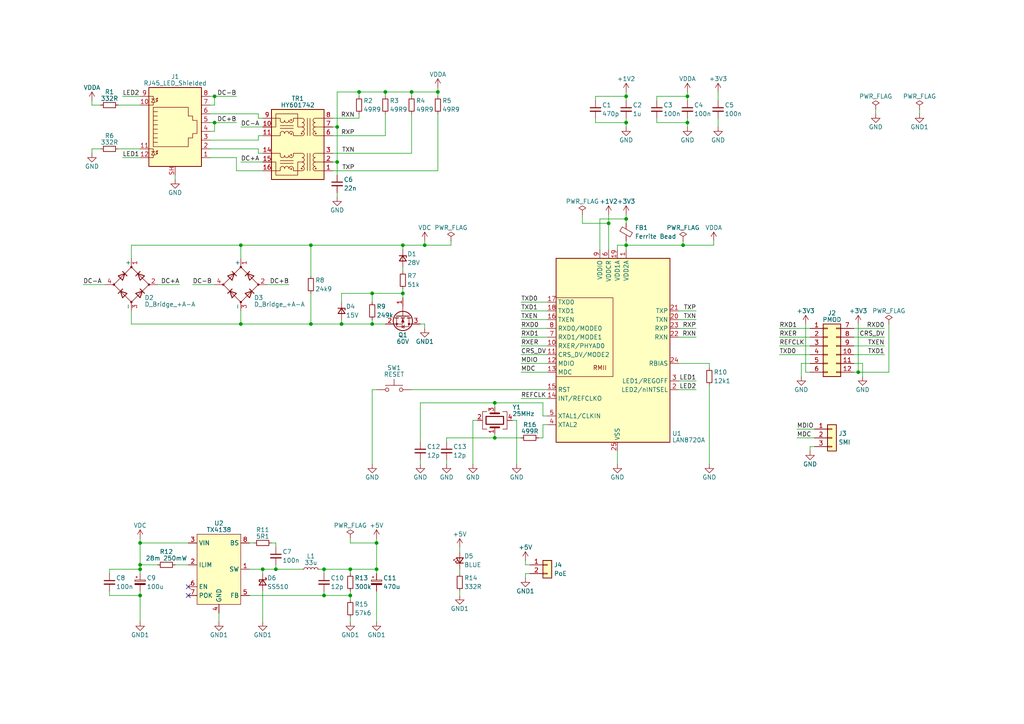
<source format=kicad_sch>
(kicad_sch (version 20211123) (generator eeschema)

  (uuid 899d320b-b9d1-4d02-a791-e25f36895c80)

  (paper "A4")

  

  (junction (at 101.6 172.72) (diameter 0) (color 0 0 0 0)
    (uuid 0c01ccb2-fc4e-4752-8470-11e978cbc851)
  )
  (junction (at 143.51 116.84) (diameter 0) (color 0 0 0 0)
    (uuid 0f25bad1-8575-4f91-bd0b-ac32dde5d13a)
  )
  (junction (at 40.64 163.83) (diameter 0) (color 0 0 0 0)
    (uuid 133448d6-c7ea-4e86-b45a-eb8d8b979d88)
  )
  (junction (at 181.61 35.56) (diameter 0) (color 0 0 0 0)
    (uuid 15894ab1-bd4d-4f61-a70d-bf72d5187cba)
  )
  (junction (at 181.61 63.5) (diameter 0) (color 0 0 0 0)
    (uuid 19410180-5644-4d72-b245-709f4a7a2a14)
  )
  (junction (at 119.38 26.67) (diameter 0) (color 0 0 0 0)
    (uuid 1b818b97-e308-4a58-8887-ef58f0a845a5)
  )
  (junction (at 181.61 71.12) (diameter 0) (color 0 0 0 0)
    (uuid 1c20785e-fb04-4dd3-9929-0c4bb762d951)
  )
  (junction (at 101.6 165.1) (diameter 0) (color 0 0 0 0)
    (uuid 217828e5-b538-41e4-9eb1-2d77546b779f)
  )
  (junction (at 90.17 93.98) (diameter 0) (color 0 0 0 0)
    (uuid 31fdd378-8fc1-4e5d-94c1-4c2429fff249)
  )
  (junction (at 62.23 35.56) (diameter 0) (color 0 0 0 0)
    (uuid 382f61a6-0cea-4ce3-a28e-0d6f41877b7d)
  )
  (junction (at 40.64 172.72) (diameter 0) (color 0 0 0 0)
    (uuid 38f32567-1fbd-4049-b690-1d4d88c8aac1)
  )
  (junction (at 69.85 71.12) (diameter 0) (color 0 0 0 0)
    (uuid 3b3b3b07-fdbe-4531-bba5-398f6b510699)
  )
  (junction (at 99.06 93.98) (diameter 0) (color 0 0 0 0)
    (uuid 3f8fbac5-7242-486f-a203-65541bed7d9d)
  )
  (junction (at 107.95 93.98) (diameter 0) (color 0 0 0 0)
    (uuid 58323567-fd84-41ae-81bf-72430a5a4b55)
  )
  (junction (at 199.39 27.94) (diameter 0) (color 0 0 0 0)
    (uuid 59427b98-753f-4ae5-b77c-87bd0367c9dd)
  )
  (junction (at 127 26.67) (diameter 0) (color 0 0 0 0)
    (uuid 59ff3b6e-b6cc-4d83-92d2-1c2cf7cd8b0a)
  )
  (junction (at 97.79 36.83) (diameter 0) (color 0 0 0 0)
    (uuid 60874b2c-abd3-4271-b80a-1abb34788742)
  )
  (junction (at 123.19 71.12) (diameter 0) (color 0 0 0 0)
    (uuid 655d2080-1720-49c6-94c5-fe9bbe5d5a92)
  )
  (junction (at 176.53 64.77) (diameter 0) (color 0 0 0 0)
    (uuid 6e8191cc-e243-4ab8-9ae2-f95637d40f35)
  )
  (junction (at 111.76 26.67) (diameter 0) (color 0 0 0 0)
    (uuid 727da737-c554-4f7e-bde2-b01ece6c052c)
  )
  (junction (at 198.12 71.12) (diameter 0) (color 0 0 0 0)
    (uuid 81940007-9579-40b3-beb6-23c029511b73)
  )
  (junction (at 199.39 35.56) (diameter 0) (color 0 0 0 0)
    (uuid 860c73b4-6a94-4e66-acbc-b6900b4d1d95)
  )
  (junction (at 107.95 85.09) (diameter 0) (color 0 0 0 0)
    (uuid 8872c9ab-4021-4bfd-82c4-ec2af1be244d)
  )
  (junction (at 93.98 165.1) (diameter 0) (color 0 0 0 0)
    (uuid 8947eae7-36c8-4f7a-ac20-a4b8a071b487)
  )
  (junction (at 69.85 93.98) (diameter 0) (color 0 0 0 0)
    (uuid 8b18c1ec-eba5-44b9-a0c4-38b8a3b19480)
  )
  (junction (at 80.01 165.1) (diameter 0) (color 0 0 0 0)
    (uuid a8ef8763-e9a9-4dd8-8d2e-96973f3caca6)
  )
  (junction (at 109.22 157.48) (diameter 0) (color 0 0 0 0)
    (uuid b0e60ca9-3ecd-4204-b460-bc1d8277ace0)
  )
  (junction (at 62.23 27.94) (diameter 0) (color 0 0 0 0)
    (uuid bd83f67d-58bc-4e83-8c8b-b81d3765a5ec)
  )
  (junction (at 93.98 172.72) (diameter 0) (color 0 0 0 0)
    (uuid beac2481-2ff0-40da-b497-237f108faeea)
  )
  (junction (at 104.14 26.67) (diameter 0) (color 0 0 0 0)
    (uuid cdaf9bd9-8074-4d73-81e7-38c8ec0604c1)
  )
  (junction (at 116.84 71.12) (diameter 0) (color 0 0 0 0)
    (uuid cdffe44e-d08b-4e5d-bf62-ab9cd69cfe02)
  )
  (junction (at 109.22 165.1) (diameter 0) (color 0 0 0 0)
    (uuid d545be2d-9010-417c-9de2-3683e3257a95)
  )
  (junction (at 248.92 107.95) (diameter 0) (color 0 0 0 0)
    (uuid da006413-aeba-467a-828c-9bf01f408bc3)
  )
  (junction (at 181.61 27.94) (diameter 0) (color 0 0 0 0)
    (uuid dc05f25d-ddca-4b4f-b8eb-8377228dad54)
  )
  (junction (at 143.51 127) (diameter 0) (color 0 0 0 0)
    (uuid e15ca59d-e11d-49a0-a11e-13b6fbd67079)
  )
  (junction (at 40.64 165.1) (diameter 0) (color 0 0 0 0)
    (uuid e42967d3-b045-42ac-8785-7417bc8c87e0)
  )
  (junction (at 90.17 71.12) (diameter 0) (color 0 0 0 0)
    (uuid e8524ec3-df16-46f3-ba1c-0fb25e3fb427)
  )
  (junction (at 40.64 157.48) (diameter 0) (color 0 0 0 0)
    (uuid ef32e201-8935-4270-a2a3-980e6676b023)
  )
  (junction (at 76.2 165.1) (diameter 0) (color 0 0 0 0)
    (uuid f09a9eb4-e930-4a1a-b80b-1c473567ef5c)
  )
  (junction (at 97.79 46.99) (diameter 0) (color 0 0 0 0)
    (uuid f2504780-b755-47f6-ae27-ada30d54441a)
  )
  (junction (at 116.84 85.09) (diameter 0) (color 0 0 0 0)
    (uuid fcd80a05-428d-432b-bb79-0373e8d03764)
  )

  (no_connect (at 54.61 172.72) (uuid 7bb274a4-6be2-4e7e-be3c-b481a1d61326))
  (no_connect (at 54.61 170.18) (uuid 7bb274a4-6be2-4e7e-be3c-b481a1d61327))

  (wire (pts (xy 121.92 128.27) (xy 121.92 116.84))
    (stroke (width 0) (type default) (color 0 0 0 0))
    (uuid 000da290-5709-499c-a72e-a2f84037e7ae)
  )
  (wire (pts (xy 129.54 133.35) (xy 129.54 134.62))
    (stroke (width 0) (type default) (color 0 0 0 0))
    (uuid 0120087f-4ef9-47d8-b5d0-c3799749040c)
  )
  (wire (pts (xy 60.96 45.72) (xy 68.58 45.72))
    (stroke (width 0) (type default) (color 0 0 0 0))
    (uuid 01ab6ba5-1473-4dc8-b38e-fad2e037a662)
  )
  (wire (pts (xy 127 26.67) (xy 127 27.94))
    (stroke (width 0) (type default) (color 0 0 0 0))
    (uuid 02cae3ef-920d-4169-a693-c765eef1e6ff)
  )
  (wire (pts (xy 236.22 129.54) (xy 234.95 129.54))
    (stroke (width 0) (type default) (color 0 0 0 0))
    (uuid 02cf2e7b-9ec9-4695-ae36-4a51936c6cfe)
  )
  (wire (pts (xy 40.64 171.45) (xy 40.64 172.72))
    (stroke (width 0) (type default) (color 0 0 0 0))
    (uuid 0422de0f-2bb4-4184-8893-b116265d3809)
  )
  (wire (pts (xy 68.58 45.72) (xy 68.58 49.53))
    (stroke (width 0) (type default) (color 0 0 0 0))
    (uuid 057143b4-1c08-4f7b-8943-0d394b452d52)
  )
  (wire (pts (xy 74.93 44.45) (xy 76.2 44.45))
    (stroke (width 0) (type default) (color 0 0 0 0))
    (uuid 05b11872-1724-4d6d-a5c7-6ccb58bd181f)
  )
  (wire (pts (xy 24.13 82.55) (xy 30.48 82.55))
    (stroke (width 0) (type default) (color 0 0 0 0))
    (uuid 0681afff-2588-4806-b08e-36d9290ccb04)
  )
  (wire (pts (xy 101.6 172.72) (xy 101.6 173.99))
    (stroke (width 0) (type default) (color 0 0 0 0))
    (uuid 06c13c32-a27f-451f-b402-b59b54fcc1ab)
  )
  (wire (pts (xy 45.72 82.55) (xy 52.07 82.55))
    (stroke (width 0) (type default) (color 0 0 0 0))
    (uuid 0816fed0-a50f-450a-b823-0eb8c2f46e79)
  )
  (wire (pts (xy 157.48 123.19) (xy 157.48 127))
    (stroke (width 0) (type default) (color 0 0 0 0))
    (uuid 0ab01cf7-decb-4eaf-a71d-63a8eb6a2a3f)
  )
  (wire (pts (xy 119.38 26.67) (xy 127 26.67))
    (stroke (width 0) (type default) (color 0 0 0 0))
    (uuid 0b1c64c5-cf2f-4770-b28b-8cff392f5d21)
  )
  (wire (pts (xy 116.84 77.47) (xy 116.84 78.74))
    (stroke (width 0) (type default) (color 0 0 0 0))
    (uuid 0bfc1201-6df4-474f-84dd-8896b65351d3)
  )
  (wire (pts (xy 133.35 165.1) (xy 133.35 166.37))
    (stroke (width 0) (type default) (color 0 0 0 0))
    (uuid 0d77c0e1-b93c-4782-90c8-f4effa29bbe8)
  )
  (wire (pts (xy 63.5 177.8) (xy 63.5 180.34))
    (stroke (width 0) (type default) (color 0 0 0 0))
    (uuid 0e6dc00b-7780-4404-ae1c-315fd46a5852)
  )
  (wire (pts (xy 26.67 43.18) (xy 29.21 43.18))
    (stroke (width 0) (type default) (color 0 0 0 0))
    (uuid 0f496031-2ff0-49c7-8dd9-cd2f6e57a378)
  )
  (wire (pts (xy 96.52 39.37) (xy 111.76 39.37))
    (stroke (width 0) (type default) (color 0 0 0 0))
    (uuid 10189dcf-d05e-4b70-93c3-1ae0d910f2ed)
  )
  (wire (pts (xy 31.75 166.37) (xy 31.75 165.1))
    (stroke (width 0) (type default) (color 0 0 0 0))
    (uuid 10712a08-77c8-4df7-995b-90e71af6b177)
  )
  (wire (pts (xy 104.14 27.94) (xy 104.14 26.67))
    (stroke (width 0) (type default) (color 0 0 0 0))
    (uuid 1164db46-2f8d-4055-8e0d-f3e8b5270fc4)
  )
  (wire (pts (xy 97.79 26.67) (xy 97.79 36.83))
    (stroke (width 0) (type default) (color 0 0 0 0))
    (uuid 168f5ae0-e7b6-44b4-a085-d2891d184c72)
  )
  (wire (pts (xy 233.68 107.95) (xy 234.95 107.95))
    (stroke (width 0) (type default) (color 0 0 0 0))
    (uuid 16b81d1d-3ff8-4479-9ef4-8d25d7c73d6e)
  )
  (wire (pts (xy 190.5 27.94) (xy 199.39 27.94))
    (stroke (width 0) (type default) (color 0 0 0 0))
    (uuid 1a1f12fa-dab7-422e-8750-28a76d20d60b)
  )
  (wire (pts (xy 90.17 93.98) (xy 99.06 93.98))
    (stroke (width 0) (type default) (color 0 0 0 0))
    (uuid 1b683a0f-453e-41f3-a208-39dbdc81b62f)
  )
  (wire (pts (xy 130.81 69.85) (xy 130.81 71.12))
    (stroke (width 0) (type default) (color 0 0 0 0))
    (uuid 1c289712-ba8e-44bf-a517-d059bd770989)
  )
  (wire (pts (xy 179.07 72.39) (xy 179.07 71.12))
    (stroke (width 0) (type default) (color 0 0 0 0))
    (uuid 1d272ae1-868b-4f38-b42c-efa0964726d0)
  )
  (wire (pts (xy 199.39 34.29) (xy 199.39 35.56))
    (stroke (width 0) (type default) (color 0 0 0 0))
    (uuid 1d7180ba-e42d-462e-8b4a-8394f0521c37)
  )
  (wire (pts (xy 151.13 90.17) (xy 158.75 90.17))
    (stroke (width 0) (type default) (color 0 0 0 0))
    (uuid 1e627a5f-e264-4146-ac3a-36be1023e7ef)
  )
  (wire (pts (xy 101.6 165.1) (xy 101.6 166.37))
    (stroke (width 0) (type default) (color 0 0 0 0))
    (uuid 1f0b9ac0-2411-43cf-ab94-035a58379518)
  )
  (wire (pts (xy 173.99 63.5) (xy 181.61 63.5))
    (stroke (width 0) (type default) (color 0 0 0 0))
    (uuid 206b9ccc-a90b-4753-8e99-af8db5fc469b)
  )
  (wire (pts (xy 247.65 100.33) (xy 256.54 100.33))
    (stroke (width 0) (type default) (color 0 0 0 0))
    (uuid 22158654-5324-4540-9d57-bb3f58e50410)
  )
  (wire (pts (xy 38.1 90.17) (xy 38.1 93.98))
    (stroke (width 0) (type default) (color 0 0 0 0))
    (uuid 22c9dd39-cfcd-49e7-983f-9bcf703099bb)
  )
  (wire (pts (xy 76.2 165.1) (xy 80.01 165.1))
    (stroke (width 0) (type default) (color 0 0 0 0))
    (uuid 22efcb67-9ea4-432c-8c4e-95cc61b1c302)
  )
  (wire (pts (xy 137.16 121.92) (xy 137.16 134.62))
    (stroke (width 0) (type default) (color 0 0 0 0))
    (uuid 2317a26d-524b-4276-b53b-6efd275841fa)
  )
  (wire (pts (xy 248.92 107.95) (xy 247.65 107.95))
    (stroke (width 0) (type default) (color 0 0 0 0))
    (uuid 24d4d041-09f7-4e5f-804d-f8929ed4cbe0)
  )
  (wire (pts (xy 60.96 38.1) (xy 62.23 38.1))
    (stroke (width 0) (type default) (color 0 0 0 0))
    (uuid 273fade3-418e-43b8-be0f-da8fc389b15c)
  )
  (wire (pts (xy 148.59 121.92) (xy 149.86 121.92))
    (stroke (width 0) (type default) (color 0 0 0 0))
    (uuid 29ee52f4-00d2-4fd9-a8af-40f15258b38d)
  )
  (wire (pts (xy 151.13 107.95) (xy 158.75 107.95))
    (stroke (width 0) (type default) (color 0 0 0 0))
    (uuid 2b84a3ab-6449-438c-b016-fbe892a179ff)
  )
  (wire (pts (xy 208.28 26.67) (xy 208.28 29.21))
    (stroke (width 0) (type default) (color 0 0 0 0))
    (uuid 2b9e9baf-afa5-488e-953d-3ac0255f62ec)
  )
  (wire (pts (xy 190.5 35.56) (xy 199.39 35.56))
    (stroke (width 0) (type default) (color 0 0 0 0))
    (uuid 2ccfcf0b-4497-4548-80e7-65c3328a374e)
  )
  (wire (pts (xy 76.2 165.1) (xy 76.2 166.37))
    (stroke (width 0) (type default) (color 0 0 0 0))
    (uuid 2cd190db-856f-4d7e-840a-a2ad0075fade)
  )
  (wire (pts (xy 152.4 167.64) (xy 152.4 166.37))
    (stroke (width 0) (type default) (color 0 0 0 0))
    (uuid 2dbe963a-ec29-4d81-bc13-80756b83df52)
  )
  (wire (pts (xy 69.85 93.98) (xy 90.17 93.98))
    (stroke (width 0) (type default) (color 0 0 0 0))
    (uuid 2eddaf47-67d6-41a2-a305-6899972e14e8)
  )
  (wire (pts (xy 38.1 93.98) (xy 69.85 93.98))
    (stroke (width 0) (type default) (color 0 0 0 0))
    (uuid 31ce759c-3900-4151-8ed8-b3018b5e05fb)
  )
  (wire (pts (xy 205.74 111.76) (xy 205.74 134.62))
    (stroke (width 0) (type default) (color 0 0 0 0))
    (uuid 3215d6eb-b103-431f-92a5-47fd5cbb5b89)
  )
  (wire (pts (xy 101.6 156.21) (xy 101.6 157.48))
    (stroke (width 0) (type default) (color 0 0 0 0))
    (uuid 32195fdc-3659-454c-ba14-61185d21a8dc)
  )
  (wire (pts (xy 104.14 34.29) (xy 104.14 33.02))
    (stroke (width 0) (type default) (color 0 0 0 0))
    (uuid 32c71118-7c96-4fba-bd2b-5a93e2043314)
  )
  (wire (pts (xy 196.85 92.71) (xy 201.93 92.71))
    (stroke (width 0) (type default) (color 0 0 0 0))
    (uuid 32c71af0-784a-42e3-817e-4f9fb371f4b5)
  )
  (wire (pts (xy 205.74 105.41) (xy 205.74 106.68))
    (stroke (width 0) (type default) (color 0 0 0 0))
    (uuid 332f5a6c-b81b-48cd-b634-58908c9905e0)
  )
  (wire (pts (xy 119.38 113.03) (xy 158.75 113.03))
    (stroke (width 0) (type default) (color 0 0 0 0))
    (uuid 3552ebbd-475f-4323-8596-ae0778d8771f)
  )
  (wire (pts (xy 176.53 64.77) (xy 176.53 72.39))
    (stroke (width 0) (type default) (color 0 0 0 0))
    (uuid 35589388-dfa8-4895-a448-2bf968e65b78)
  )
  (wire (pts (xy 40.64 163.83) (xy 45.72 163.83))
    (stroke (width 0) (type default) (color 0 0 0 0))
    (uuid 358c55b2-2bf5-496e-b337-6d1f31bcfe12)
  )
  (wire (pts (xy 143.51 125.73) (xy 143.51 127))
    (stroke (width 0) (type default) (color 0 0 0 0))
    (uuid 35effd3d-a409-4610-9020-69db229b7f99)
  )
  (wire (pts (xy 248.92 93.98) (xy 248.92 107.95))
    (stroke (width 0) (type default) (color 0 0 0 0))
    (uuid 3859ac57-9fe0-4852-9248-bd36024bbbb8)
  )
  (wire (pts (xy 35.56 27.94) (xy 40.64 27.94))
    (stroke (width 0) (type default) (color 0 0 0 0))
    (uuid 38f51f2d-b146-44c9-a702-0b74931051d1)
  )
  (wire (pts (xy 226.06 102.87) (xy 234.95 102.87))
    (stroke (width 0) (type default) (color 0 0 0 0))
    (uuid 39a9b8b9-764c-4af0-bcaa-380f94b129d5)
  )
  (wire (pts (xy 55.88 82.55) (xy 62.23 82.55))
    (stroke (width 0) (type default) (color 0 0 0 0))
    (uuid 3da890cc-9292-41fe-9081-e8cf6d3aebb8)
  )
  (wire (pts (xy 198.12 71.12) (xy 181.61 71.12))
    (stroke (width 0) (type default) (color 0 0 0 0))
    (uuid 3deb49cc-f214-43f5-acf4-523d01597e01)
  )
  (wire (pts (xy 107.95 92.71) (xy 107.95 93.98))
    (stroke (width 0) (type default) (color 0 0 0 0))
    (uuid 3e0c254c-eb0c-4d3d-a3a7-06ca67b30234)
  )
  (wire (pts (xy 190.5 29.21) (xy 190.5 27.94))
    (stroke (width 0) (type default) (color 0 0 0 0))
    (uuid 3f1e1c20-8e3f-4178-b8d4-7fb769ebe280)
  )
  (wire (pts (xy 72.39 172.72) (xy 93.98 172.72))
    (stroke (width 0) (type default) (color 0 0 0 0))
    (uuid 4112e398-d70d-42a5-8206-37082a416b4b)
  )
  (wire (pts (xy 196.85 97.79) (xy 201.93 97.79))
    (stroke (width 0) (type default) (color 0 0 0 0))
    (uuid 4172b177-64f0-4bc3-bdfe-15c25261f8f3)
  )
  (wire (pts (xy 233.68 93.98) (xy 233.68 107.95))
    (stroke (width 0) (type default) (color 0 0 0 0))
    (uuid 43ffd6ea-a3cb-448b-98a5-d18e026119d7)
  )
  (wire (pts (xy 181.61 34.29) (xy 181.61 35.56))
    (stroke (width 0) (type default) (color 0 0 0 0))
    (uuid 4444a521-ac0e-4b22-af15-acd7fa8bc620)
  )
  (wire (pts (xy 104.14 26.67) (xy 97.79 26.67))
    (stroke (width 0) (type default) (color 0 0 0 0))
    (uuid 4488a476-d062-4205-94ba-e8cc3ad0fa82)
  )
  (wire (pts (xy 196.85 90.17) (xy 201.93 90.17))
    (stroke (width 0) (type default) (color 0 0 0 0))
    (uuid 46713112-58dc-4b5d-b49d-812755b5097d)
  )
  (wire (pts (xy 38.1 71.12) (xy 38.1 74.93))
    (stroke (width 0) (type default) (color 0 0 0 0))
    (uuid 47870c19-cd80-4a86-a345-679b0af37307)
  )
  (wire (pts (xy 133.35 158.75) (xy 133.35 160.02))
    (stroke (width 0) (type default) (color 0 0 0 0))
    (uuid 47fe13ad-9327-4a2e-912e-c57923d3617b)
  )
  (wire (pts (xy 96.52 36.83) (xy 97.79 36.83))
    (stroke (width 0) (type default) (color 0 0 0 0))
    (uuid 49443947-6819-478c-ad40-3c46cf4ed8da)
  )
  (wire (pts (xy 26.67 29.21) (xy 26.67 30.48))
    (stroke (width 0) (type default) (color 0 0 0 0))
    (uuid 4970a58b-27d4-4cd5-93dd-b4e1285cf509)
  )
  (wire (pts (xy 158.75 123.19) (xy 157.48 123.19))
    (stroke (width 0) (type default) (color 0 0 0 0))
    (uuid 49d156ae-1230-4d87-a4d0-e460c01b2221)
  )
  (wire (pts (xy 123.19 69.85) (xy 123.19 71.12))
    (stroke (width 0) (type default) (color 0 0 0 0))
    (uuid 4a41f913-5024-4fd1-b56c-4b02cec9ed86)
  )
  (wire (pts (xy 143.51 127) (xy 151.13 127))
    (stroke (width 0) (type default) (color 0 0 0 0))
    (uuid 4ad0c743-4a26-4fc6-b536-3e58842c568d)
  )
  (wire (pts (xy 40.64 157.48) (xy 54.61 157.48))
    (stroke (width 0) (type default) (color 0 0 0 0))
    (uuid 4d5d2f66-2c87-49c9-984b-567cbf582ead)
  )
  (wire (pts (xy 127 25.4) (xy 127 26.67))
    (stroke (width 0) (type default) (color 0 0 0 0))
    (uuid 4db9f575-b56f-4e6c-b602-97fafc4760c5)
  )
  (wire (pts (xy 90.17 93.98) (xy 90.17 85.09))
    (stroke (width 0) (type default) (color 0 0 0 0))
    (uuid 4fa04e6a-3614-4887-9848-1521a47318b0)
  )
  (wire (pts (xy 97.79 46.99) (xy 97.79 50.8))
    (stroke (width 0) (type default) (color 0 0 0 0))
    (uuid 50b9d51c-f87d-424c-a326-af269137982e)
  )
  (wire (pts (xy 69.85 36.83) (xy 76.2 36.83))
    (stroke (width 0) (type default) (color 0 0 0 0))
    (uuid 50ddc7c4-fb41-414d-acee-60d7fb4ee597)
  )
  (wire (pts (xy 172.72 35.56) (xy 181.61 35.56))
    (stroke (width 0) (type default) (color 0 0 0 0))
    (uuid 52420868-7bcc-4e8c-8fec-e4e270833b31)
  )
  (wire (pts (xy 181.61 71.12) (xy 181.61 72.39))
    (stroke (width 0) (type default) (color 0 0 0 0))
    (uuid 53f41b5a-fb6d-4313-9572-ac0337715b25)
  )
  (wire (pts (xy 74.93 34.29) (xy 76.2 34.29))
    (stroke (width 0) (type default) (color 0 0 0 0))
    (uuid 54c2ad30-4921-493c-80d8-99b2c76abba6)
  )
  (wire (pts (xy 266.7 31.75) (xy 266.7 33.02))
    (stroke (width 0) (type default) (color 0 0 0 0))
    (uuid 5604f0bc-df9b-427d-abd2-761c261a4377)
  )
  (wire (pts (xy 176.53 62.23) (xy 176.53 64.77))
    (stroke (width 0) (type default) (color 0 0 0 0))
    (uuid 56b58c4b-ed8b-4ded-aefd-f24ea5ed0a86)
  )
  (wire (pts (xy 116.84 85.09) (xy 116.84 83.82))
    (stroke (width 0) (type default) (color 0 0 0 0))
    (uuid 5817b3e4-1f7f-4370-b7b2-a315c7b28efd)
  )
  (wire (pts (xy 133.35 171.45) (xy 133.35 172.72))
    (stroke (width 0) (type default) (color 0 0 0 0))
    (uuid 586cec7e-ced7-42e8-b9b1-0d72c6f00c7e)
  )
  (wire (pts (xy 60.96 35.56) (xy 62.23 35.56))
    (stroke (width 0) (type default) (color 0 0 0 0))
    (uuid 58855dbc-160d-473a-87e2-b1bd61127efc)
  )
  (wire (pts (xy 151.13 100.33) (xy 158.75 100.33))
    (stroke (width 0) (type default) (color 0 0 0 0))
    (uuid 59f24b45-2827-4e14-8e2c-a79fa16a8875)
  )
  (wire (pts (xy 123.19 71.12) (xy 116.84 71.12))
    (stroke (width 0) (type default) (color 0 0 0 0))
    (uuid 5b64e516-94ec-4659-8ad7-348568eada22)
  )
  (wire (pts (xy 257.81 107.95) (xy 248.92 107.95))
    (stroke (width 0) (type default) (color 0 0 0 0))
    (uuid 5b7a5cdd-0c42-4a63-a66c-fca56a054a68)
  )
  (wire (pts (xy 116.84 85.09) (xy 116.84 86.36))
    (stroke (width 0) (type default) (color 0 0 0 0))
    (uuid 5bed8d16-24ff-43eb-b69e-f37f705f021d)
  )
  (wire (pts (xy 68.58 49.53) (xy 76.2 49.53))
    (stroke (width 0) (type default) (color 0 0 0 0))
    (uuid 5c6764de-d891-400e-b17d-ce4d68a62572)
  )
  (wire (pts (xy 104.14 26.67) (xy 111.76 26.67))
    (stroke (width 0) (type default) (color 0 0 0 0))
    (uuid 5f6ee1d4-676c-4e0e-8efe-2ebb0653117d)
  )
  (wire (pts (xy 123.19 71.12) (xy 130.81 71.12))
    (stroke (width 0) (type default) (color 0 0 0 0))
    (uuid 6027e141-d68d-41d7-844d-c7edde9d1b5c)
  )
  (wire (pts (xy 93.98 172.72) (xy 101.6 172.72))
    (stroke (width 0) (type default) (color 0 0 0 0))
    (uuid 60c67174-4eb8-43b4-9839-08c3f184cd9d)
  )
  (wire (pts (xy 31.75 171.45) (xy 31.75 172.72))
    (stroke (width 0) (type default) (color 0 0 0 0))
    (uuid 6101c821-56c8-4d98-a5b8-3e2d233fb9ee)
  )
  (wire (pts (xy 226.06 95.25) (xy 234.95 95.25))
    (stroke (width 0) (type default) (color 0 0 0 0))
    (uuid 628ba343-45d8-4114-b789-1fedb3a7f7b8)
  )
  (wire (pts (xy 151.13 105.41) (xy 158.75 105.41))
    (stroke (width 0) (type default) (color 0 0 0 0))
    (uuid 639e134b-061f-4088-a86b-159ba979c9a4)
  )
  (wire (pts (xy 99.06 85.09) (xy 107.95 85.09))
    (stroke (width 0) (type default) (color 0 0 0 0))
    (uuid 63c494bd-1e9d-47d4-8661-757d8fce81af)
  )
  (wire (pts (xy 111.76 39.37) (xy 111.76 33.02))
    (stroke (width 0) (type default) (color 0 0 0 0))
    (uuid 662836da-a72e-4cb2-ad3e-bed46b4cd5ad)
  )
  (wire (pts (xy 107.95 113.03) (xy 109.22 113.03))
    (stroke (width 0) (type default) (color 0 0 0 0))
    (uuid 666432cc-bab6-4c72-96db-fc673db723b2)
  )
  (wire (pts (xy 168.91 62.23) (xy 168.91 64.77))
    (stroke (width 0) (type default) (color 0 0 0 0))
    (uuid 66ec1dc1-1b33-4770-9260-44669b3cce42)
  )
  (wire (pts (xy 196.85 113.03) (xy 201.93 113.03))
    (stroke (width 0) (type default) (color 0 0 0 0))
    (uuid 674a288b-afaa-435d-a47b-e46940f4de48)
  )
  (wire (pts (xy 35.56 45.72) (xy 40.64 45.72))
    (stroke (width 0) (type default) (color 0 0 0 0))
    (uuid 6b11212c-fe12-445e-b5ad-5b18bc8370f7)
  )
  (wire (pts (xy 247.65 95.25) (xy 256.54 95.25))
    (stroke (width 0) (type default) (color 0 0 0 0))
    (uuid 6be792a2-a980-45d0-b668-8c22d3f5b36b)
  )
  (wire (pts (xy 101.6 171.45) (xy 101.6 172.72))
    (stroke (width 0) (type default) (color 0 0 0 0))
    (uuid 6ea85d43-ec0a-41e6-9e11-6ab6f1eb11f9)
  )
  (wire (pts (xy 109.22 157.48) (xy 109.22 165.1))
    (stroke (width 0) (type default) (color 0 0 0 0))
    (uuid 70658158-13fe-4219-a6ca-4ee68fe06219)
  )
  (wire (pts (xy 26.67 44.45) (xy 26.67 43.18))
    (stroke (width 0) (type default) (color 0 0 0 0))
    (uuid 71c8c057-5172-40da-a498-ef22b4f7f110)
  )
  (wire (pts (xy 116.84 71.12) (xy 116.84 72.39))
    (stroke (width 0) (type default) (color 0 0 0 0))
    (uuid 72992a46-cd40-4ead-8b1c-d67415fff3b1)
  )
  (wire (pts (xy 152.4 166.37) (xy 153.67 166.37))
    (stroke (width 0) (type default) (color 0 0 0 0))
    (uuid 7332e484-b28a-4f6a-85b1-ed0a5916bb41)
  )
  (wire (pts (xy 121.92 116.84) (xy 143.51 116.84))
    (stroke (width 0) (type default) (color 0 0 0 0))
    (uuid 76aa3042-6205-401a-8139-73eaa4b8ffea)
  )
  (wire (pts (xy 69.85 71.12) (xy 90.17 71.12))
    (stroke (width 0) (type default) (color 0 0 0 0))
    (uuid 776421db-7df1-40c7-9ca8-a0e2f1ca0a27)
  )
  (wire (pts (xy 62.23 38.1) (xy 62.23 35.56))
    (stroke (width 0) (type default) (color 0 0 0 0))
    (uuid 79ea482a-2804-479c-b2c3-1ffc3d14f26b)
  )
  (wire (pts (xy 198.12 69.85) (xy 198.12 71.12))
    (stroke (width 0) (type default) (color 0 0 0 0))
    (uuid 7d0c321d-7728-4f1f-b20a-05fef6f69425)
  )
  (wire (pts (xy 96.52 46.99) (xy 97.79 46.99))
    (stroke (width 0) (type default) (color 0 0 0 0))
    (uuid 7f471254-0418-428d-ad54-95bb95d8e935)
  )
  (wire (pts (xy 143.51 116.84) (xy 143.51 118.11))
    (stroke (width 0) (type default) (color 0 0 0 0))
    (uuid 80a4c1fc-078c-4156-bcac-defe8b2d4b2c)
  )
  (wire (pts (xy 80.01 163.83) (xy 80.01 165.1))
    (stroke (width 0) (type default) (color 0 0 0 0))
    (uuid 817a8c69-7e80-4851-823e-ed726b848dc0)
  )
  (wire (pts (xy 60.96 30.48) (xy 62.23 30.48))
    (stroke (width 0) (type default) (color 0 0 0 0))
    (uuid 82b7a357-e2fc-4392-b04c-e8ba2fa90dc5)
  )
  (wire (pts (xy 101.6 179.07) (xy 101.6 180.34))
    (stroke (width 0) (type default) (color 0 0 0 0))
    (uuid 83c5ec07-d7c7-4150-97ef-a08b3008cd9a)
  )
  (wire (pts (xy 69.85 90.17) (xy 69.85 93.98))
    (stroke (width 0) (type default) (color 0 0 0 0))
    (uuid 84983548-1de8-4b83-afc3-1a4a1a5d932b)
  )
  (wire (pts (xy 93.98 165.1) (xy 101.6 165.1))
    (stroke (width 0) (type default) (color 0 0 0 0))
    (uuid 857899e0-eb45-4379-ad16-f2a7b0e10b39)
  )
  (wire (pts (xy 196.85 95.25) (xy 201.93 95.25))
    (stroke (width 0) (type default) (color 0 0 0 0))
    (uuid 869b9ee4-7658-44ad-be98-c0fd14691621)
  )
  (wire (pts (xy 50.8 50.8) (xy 50.8 52.07))
    (stroke (width 0) (type default) (color 0 0 0 0))
    (uuid 8799b2db-f2f6-4edb-8854-b8b3adc369b1)
  )
  (wire (pts (xy 26.67 30.48) (xy 29.21 30.48))
    (stroke (width 0) (type default) (color 0 0 0 0))
    (uuid 8818d864-4828-41c9-b288-b82a1413805e)
  )
  (wire (pts (xy 62.23 30.48) (xy 62.23 27.94))
    (stroke (width 0) (type default) (color 0 0 0 0))
    (uuid 88bed0c3-2fdd-4082-bd7f-7c9c2b754109)
  )
  (wire (pts (xy 60.96 43.18) (xy 74.93 43.18))
    (stroke (width 0) (type default) (color 0 0 0 0))
    (uuid 89aebcc8-99d7-4f6e-854c-a4af3477e1af)
  )
  (wire (pts (xy 196.85 105.41) (xy 205.74 105.41))
    (stroke (width 0) (type default) (color 0 0 0 0))
    (uuid 8c4ed844-7dcd-4203-8e6f-90ae1a1f80ce)
  )
  (wire (pts (xy 172.72 27.94) (xy 181.61 27.94))
    (stroke (width 0) (type default) (color 0 0 0 0))
    (uuid 8d0705ec-32fa-42cd-9ad3-3ca1ae994918)
  )
  (wire (pts (xy 199.39 26.67) (xy 199.39 27.94))
    (stroke (width 0) (type default) (color 0 0 0 0))
    (uuid 8dea701b-dd5e-47be-8812-ecef09e0d9ae)
  )
  (wire (pts (xy 40.64 165.1) (xy 40.64 163.83))
    (stroke (width 0) (type default) (color 0 0 0 0))
    (uuid 8e4a27fe-81be-403c-acef-149a18eb1cd1)
  )
  (wire (pts (xy 232.41 105.41) (xy 232.41 109.22))
    (stroke (width 0) (type default) (color 0 0 0 0))
    (uuid 8f3a3e06-98ff-4ae7-8b16-491b49b70c80)
  )
  (wire (pts (xy 181.61 27.94) (xy 181.61 29.21))
    (stroke (width 0) (type default) (color 0 0 0 0))
    (uuid 9562995c-b680-40b3-bf6a-8150b678dd85)
  )
  (wire (pts (xy 111.76 26.67) (xy 111.76 27.94))
    (stroke (width 0) (type default) (color 0 0 0 0))
    (uuid 95d5f247-0bb1-4a9d-ba0b-e4ad715e26f4)
  )
  (wire (pts (xy 181.61 69.85) (xy 181.61 71.12))
    (stroke (width 0) (type default) (color 0 0 0 0))
    (uuid 9722313a-ad7d-4f9f-8f37-ea57be7e0d8b)
  )
  (wire (pts (xy 129.54 127) (xy 143.51 127))
    (stroke (width 0) (type default) (color 0 0 0 0))
    (uuid 990cfe35-083c-4908-bdd0-e6374d05916e)
  )
  (wire (pts (xy 50.8 163.83) (xy 54.61 163.83))
    (stroke (width 0) (type default) (color 0 0 0 0))
    (uuid 99b29df8-070f-4122-8808-fdf4690480aa)
  )
  (wire (pts (xy 208.28 34.29) (xy 208.28 36.83))
    (stroke (width 0) (type default) (color 0 0 0 0))
    (uuid 9a7ab643-5e73-42db-b36e-25927acbf942)
  )
  (wire (pts (xy 181.61 63.5) (xy 181.61 64.77))
    (stroke (width 0) (type default) (color 0 0 0 0))
    (uuid 9b5d8cea-89c1-4eea-8231-7068ec144a28)
  )
  (wire (pts (xy 90.17 80.01) (xy 90.17 71.12))
    (stroke (width 0) (type default) (color 0 0 0 0))
    (uuid 9b7d259e-e079-4076-8348-02053d8d650c)
  )
  (wire (pts (xy 109.22 171.45) (xy 109.22 180.34))
    (stroke (width 0) (type default) (color 0 0 0 0))
    (uuid 9d68d3e2-bd80-48df-872b-cacbe0468775)
  )
  (wire (pts (xy 107.95 85.09) (xy 116.84 85.09))
    (stroke (width 0) (type default) (color 0 0 0 0))
    (uuid 9ec41179-571d-4334-8a87-e13ed0903b29)
  )
  (wire (pts (xy 121.92 133.35) (xy 121.92 134.62))
    (stroke (width 0) (type default) (color 0 0 0 0))
    (uuid 9efdb609-88d0-4e6b-b18a-44269a4155c5)
  )
  (wire (pts (xy 151.13 115.57) (xy 158.75 115.57))
    (stroke (width 0) (type default) (color 0 0 0 0))
    (uuid 9f317b9d-af33-4b83-99c0-45b097664740)
  )
  (wire (pts (xy 80.01 157.48) (xy 80.01 158.75))
    (stroke (width 0) (type default) (color 0 0 0 0))
    (uuid 9fbcacf4-33b9-47a7-880c-f913af13d213)
  )
  (wire (pts (xy 80.01 165.1) (xy 87.63 165.1))
    (stroke (width 0) (type default) (color 0 0 0 0))
    (uuid a082856d-e927-4028-9e81-04ad63c4dea3)
  )
  (wire (pts (xy 234.95 105.41) (xy 232.41 105.41))
    (stroke (width 0) (type default) (color 0 0 0 0))
    (uuid a1ec949f-b55c-4ec0-919e-37c3eb0ace85)
  )
  (wire (pts (xy 156.21 127) (xy 157.48 127))
    (stroke (width 0) (type default) (color 0 0 0 0))
    (uuid a379d55c-35e9-4f6a-9b25-5190486db1c4)
  )
  (wire (pts (xy 250.19 105.41) (xy 250.19 109.22))
    (stroke (width 0) (type default) (color 0 0 0 0))
    (uuid a37ab19a-cdda-40f1-b72e-69e6e3228568)
  )
  (wire (pts (xy 181.61 62.23) (xy 181.61 63.5))
    (stroke (width 0) (type default) (color 0 0 0 0))
    (uuid a46ad0a2-f472-42ab-8653-150d4f366e56)
  )
  (wire (pts (xy 31.75 172.72) (xy 40.64 172.72))
    (stroke (width 0) (type default) (color 0 0 0 0))
    (uuid a51fd5d9-30a1-4e51-ae63-6abab8f385b0)
  )
  (wire (pts (xy 138.43 121.92) (xy 137.16 121.92))
    (stroke (width 0) (type default) (color 0 0 0 0))
    (uuid a56399dc-1386-4870-9ea4-08b90a204580)
  )
  (wire (pts (xy 168.91 64.77) (xy 176.53 64.77))
    (stroke (width 0) (type default) (color 0 0 0 0))
    (uuid a56b3e28-4ee7-4c63-8ad3-581592cfbfcc)
  )
  (wire (pts (xy 109.22 156.21) (xy 109.22 157.48))
    (stroke (width 0) (type default) (color 0 0 0 0))
    (uuid a5782bd0-a10f-452a-9e71-504428e47b9d)
  )
  (wire (pts (xy 74.93 43.18) (xy 74.93 44.45))
    (stroke (width 0) (type default) (color 0 0 0 0))
    (uuid a618e7f9-e708-4d89-8b29-cbd0c5ed11c2)
  )
  (wire (pts (xy 60.96 33.02) (xy 74.93 33.02))
    (stroke (width 0) (type default) (color 0 0 0 0))
    (uuid a63917a6-42b5-4ccc-9b6a-df55fd702509)
  )
  (wire (pts (xy 92.71 165.1) (xy 93.98 165.1))
    (stroke (width 0) (type default) (color 0 0 0 0))
    (uuid a77d72f3-9615-4e24-8482-5b96ad39b916)
  )
  (wire (pts (xy 157.48 120.65) (xy 157.48 116.84))
    (stroke (width 0) (type default) (color 0 0 0 0))
    (uuid a7ae0e7e-c8b7-4251-a673-dd21a3775a6a)
  )
  (wire (pts (xy 149.86 121.92) (xy 149.86 134.62))
    (stroke (width 0) (type default) (color 0 0 0 0))
    (uuid a86b44f1-31e0-40da-9da9-618b3d26a4d4)
  )
  (wire (pts (xy 74.93 33.02) (xy 74.93 34.29))
    (stroke (width 0) (type default) (color 0 0 0 0))
    (uuid a8d625ec-13cd-4e71-9bff-41a6e8d11a93)
  )
  (wire (pts (xy 97.79 55.88) (xy 97.79 57.15))
    (stroke (width 0) (type default) (color 0 0 0 0))
    (uuid aa61c91c-abb5-4af4-abcb-193247d912d6)
  )
  (wire (pts (xy 111.76 26.67) (xy 119.38 26.67))
    (stroke (width 0) (type default) (color 0 0 0 0))
    (uuid aa851d7e-9245-4e72-a2f2-2e98100adebe)
  )
  (wire (pts (xy 60.96 40.64) (xy 74.93 40.64))
    (stroke (width 0) (type default) (color 0 0 0 0))
    (uuid ab8d8228-0481-479a-abe7-2d215521d460)
  )
  (wire (pts (xy 96.52 44.45) (xy 119.38 44.45))
    (stroke (width 0) (type default) (color 0 0 0 0))
    (uuid ac1064e9-df41-45b1-87b2-d8c99e27d4a8)
  )
  (wire (pts (xy 72.39 165.1) (xy 76.2 165.1))
    (stroke (width 0) (type default) (color 0 0 0 0))
    (uuid ad96d36c-8246-426e-bae8-43d976a478e4)
  )
  (wire (pts (xy 247.65 97.79) (xy 256.54 97.79))
    (stroke (width 0) (type default) (color 0 0 0 0))
    (uuid ada9eedc-9766-497d-812a-ff17a18a80a7)
  )
  (wire (pts (xy 90.17 71.12) (xy 116.84 71.12))
    (stroke (width 0) (type default) (color 0 0 0 0))
    (uuid aeedd6d2-ca70-47a3-add7-022aac7a4e71)
  )
  (wire (pts (xy 196.85 110.49) (xy 201.93 110.49))
    (stroke (width 0) (type default) (color 0 0 0 0))
    (uuid af71d2b5-8e37-44e9-b401-510a33f5c4e0)
  )
  (wire (pts (xy 40.64 156.21) (xy 40.64 157.48))
    (stroke (width 0) (type default) (color 0 0 0 0))
    (uuid afa24a82-ca53-4cc5-b789-29fa958374d5)
  )
  (wire (pts (xy 72.39 157.48) (xy 73.66 157.48))
    (stroke (width 0) (type default) (color 0 0 0 0))
    (uuid b17e7a68-038f-4317-babe-d301b0e4a3f3)
  )
  (wire (pts (xy 231.14 127) (xy 236.22 127))
    (stroke (width 0) (type default) (color 0 0 0 0))
    (uuid b18dfe05-0c03-4b5d-bd9a-6665b526bc43)
  )
  (wire (pts (xy 74.93 40.64) (xy 74.93 39.37))
    (stroke (width 0) (type default) (color 0 0 0 0))
    (uuid b19d6147-381b-4909-ba75-9695b0df0d9d)
  )
  (wire (pts (xy 101.6 157.48) (xy 109.22 157.48))
    (stroke (width 0) (type default) (color 0 0 0 0))
    (uuid b2ada819-9a92-41dd-ae9d-f6e96404a4cd)
  )
  (wire (pts (xy 77.47 82.55) (xy 83.82 82.55))
    (stroke (width 0) (type default) (color 0 0 0 0))
    (uuid b33ed16a-5461-420f-b706-1e5b8e85a8c3)
  )
  (wire (pts (xy 234.95 129.54) (xy 234.95 130.81))
    (stroke (width 0) (type default) (color 0 0 0 0))
    (uuid b519ec62-e4f6-4a2f-815d-d5301c7ec8a0)
  )
  (wire (pts (xy 199.39 35.56) (xy 199.39 36.83))
    (stroke (width 0) (type default) (color 0 0 0 0))
    (uuid b7456a67-8fa3-4198-838d-0eda05429fbf)
  )
  (wire (pts (xy 109.22 165.1) (xy 109.22 166.37))
    (stroke (width 0) (type default) (color 0 0 0 0))
    (uuid b86b3598-6470-4b03-8780-166151e180a9)
  )
  (wire (pts (xy 123.19 93.98) (xy 123.19 95.25))
    (stroke (width 0) (type default) (color 0 0 0 0))
    (uuid b9490371-9e15-4509-9923-c54c90900258)
  )
  (wire (pts (xy 34.29 30.48) (xy 40.64 30.48))
    (stroke (width 0) (type default) (color 0 0 0 0))
    (uuid baaf7f60-4f20-4e16-91ff-cec0e8e8d5af)
  )
  (wire (pts (xy 34.29 43.18) (xy 40.64 43.18))
    (stroke (width 0) (type default) (color 0 0 0 0))
    (uuid bb9fd0d6-b0a7-465c-a443-10374e781aa1)
  )
  (wire (pts (xy 226.06 97.79) (xy 234.95 97.79))
    (stroke (width 0) (type default) (color 0 0 0 0))
    (uuid bd26376a-ffc4-43ee-b5c5-245858540584)
  )
  (wire (pts (xy 107.95 93.98) (xy 111.76 93.98))
    (stroke (width 0) (type default) (color 0 0 0 0))
    (uuid beddfe5d-6248-491a-81d1-7d0658d63b2d)
  )
  (wire (pts (xy 99.06 93.98) (xy 107.95 93.98))
    (stroke (width 0) (type default) (color 0 0 0 0))
    (uuid bf1e4306-1a28-4bb6-bb7e-3de3eeb33c92)
  )
  (wire (pts (xy 40.64 157.48) (xy 40.64 163.83))
    (stroke (width 0) (type default) (color 0 0 0 0))
    (uuid c1196eb7-30ac-420f-98f0-df30568dccc5)
  )
  (wire (pts (xy 101.6 165.1) (xy 109.22 165.1))
    (stroke (width 0) (type default) (color 0 0 0 0))
    (uuid c11c3473-dc83-4939-9043-eaee953ae733)
  )
  (wire (pts (xy 97.79 36.83) (xy 97.79 46.99))
    (stroke (width 0) (type default) (color 0 0 0 0))
    (uuid c17c0e9a-531e-47e2-902e-8295de8e8ef1)
  )
  (wire (pts (xy 151.13 95.25) (xy 158.75 95.25))
    (stroke (width 0) (type default) (color 0 0 0 0))
    (uuid c2e7f4f3-da39-4f04-8803-9a4385be7e8f)
  )
  (wire (pts (xy 119.38 26.67) (xy 119.38 27.94))
    (stroke (width 0) (type default) (color 0 0 0 0))
    (uuid c415af13-accb-41fe-b8d9-b4a40e639e80)
  )
  (wire (pts (xy 76.2 171.45) (xy 76.2 180.34))
    (stroke (width 0) (type default) (color 0 0 0 0))
    (uuid c4cf1ed6-9745-4485-9f8a-32023c034381)
  )
  (wire (pts (xy 107.95 85.09) (xy 107.95 87.63))
    (stroke (width 0) (type default) (color 0 0 0 0))
    (uuid c52992a3-61ff-43b9-a7fb-60a884f7dd99)
  )
  (wire (pts (xy 143.51 116.84) (xy 157.48 116.84))
    (stroke (width 0) (type default) (color 0 0 0 0))
    (uuid c66e3748-69d7-46d2-9b3d-0839f32a9d0f)
  )
  (wire (pts (xy 60.96 27.94) (xy 62.23 27.94))
    (stroke (width 0) (type default) (color 0 0 0 0))
    (uuid c79c6787-0be6-4ba4-847d-e7de67ca7e32)
  )
  (wire (pts (xy 31.75 165.1) (xy 40.64 165.1))
    (stroke (width 0) (type default) (color 0 0 0 0))
    (uuid c7c03d8b-fad0-4176-adc1-4efed42d9885)
  )
  (wire (pts (xy 179.07 130.81) (xy 179.07 134.62))
    (stroke (width 0) (type default) (color 0 0 0 0))
    (uuid c8ae0517-938b-45a5-a79c-1a7b3aafa5f7)
  )
  (wire (pts (xy 247.65 105.41) (xy 250.19 105.41))
    (stroke (width 0) (type default) (color 0 0 0 0))
    (uuid ca40f9f5-8e78-42f5-a226-afa637e9c774)
  )
  (wire (pts (xy 69.85 71.12) (xy 38.1 71.12))
    (stroke (width 0) (type default) (color 0 0 0 0))
    (uuid cbc7bec6-8f75-40bf-b8ff-c66fcfcf083b)
  )
  (wire (pts (xy 247.65 102.87) (xy 256.54 102.87))
    (stroke (width 0) (type default) (color 0 0 0 0))
    (uuid cf2199f1-36fc-406b-8505-ddd7cb636177)
  )
  (wire (pts (xy 99.06 87.63) (xy 99.06 85.09))
    (stroke (width 0) (type default) (color 0 0 0 0))
    (uuid d0ef9ea8-69e4-4ebb-8939-fc8d789720f8)
  )
  (wire (pts (xy 40.64 172.72) (xy 40.64 180.34))
    (stroke (width 0) (type default) (color 0 0 0 0))
    (uuid d3d93011-ac75-4599-8b07-e7d0e227cbe5)
  )
  (wire (pts (xy 151.13 97.79) (xy 158.75 97.79))
    (stroke (width 0) (type default) (color 0 0 0 0))
    (uuid d4a25d60-f1ae-46b8-beab-5a602f93998f)
  )
  (wire (pts (xy 226.06 100.33) (xy 234.95 100.33))
    (stroke (width 0) (type default) (color 0 0 0 0))
    (uuid d6dbe9d0-05be-4d5b-989e-461df3d11934)
  )
  (wire (pts (xy 207.01 69.85) (xy 207.01 71.12))
    (stroke (width 0) (type default) (color 0 0 0 0))
    (uuid d8a821ee-c5a5-4262-80f2-349415df5625)
  )
  (wire (pts (xy 69.85 46.99) (xy 76.2 46.99))
    (stroke (width 0) (type default) (color 0 0 0 0))
    (uuid dba006e5-7e11-4a9c-adcb-e45c522a332a)
  )
  (wire (pts (xy 179.07 71.12) (xy 181.61 71.12))
    (stroke (width 0) (type default) (color 0 0 0 0))
    (uuid dd65654a-ab42-44a6-b7f9-55976dfa5733)
  )
  (wire (pts (xy 172.72 29.21) (xy 172.72 27.94))
    (stroke (width 0) (type default) (color 0 0 0 0))
    (uuid dddd62d2-8edd-461e-8a46-b3453b0d7c70)
  )
  (wire (pts (xy 207.01 71.12) (xy 198.12 71.12))
    (stroke (width 0) (type default) (color 0 0 0 0))
    (uuid dde30022-89e5-4e58-a926-e61f01132dda)
  )
  (wire (pts (xy 62.23 27.94) (xy 68.58 27.94))
    (stroke (width 0) (type default) (color 0 0 0 0))
    (uuid de31d553-8dbc-4b1c-8794-33f962d87aa0)
  )
  (wire (pts (xy 96.52 49.53) (xy 127 49.53))
    (stroke (width 0) (type default) (color 0 0 0 0))
    (uuid de6c9404-6614-47e7-bf66-ef3f7dd530b5)
  )
  (wire (pts (xy 93.98 171.45) (xy 93.98 172.72))
    (stroke (width 0) (type default) (color 0 0 0 0))
    (uuid e0580246-90ad-4012-ab2b-567abcd5c886)
  )
  (wire (pts (xy 129.54 128.27) (xy 129.54 127))
    (stroke (width 0) (type default) (color 0 0 0 0))
    (uuid e0baa6d2-218d-40a3-826b-f100782d79c1)
  )
  (wire (pts (xy 151.13 92.71) (xy 158.75 92.71))
    (stroke (width 0) (type default) (color 0 0 0 0))
    (uuid e11b0630-d5ab-4b14-a420-d7081bfb5695)
  )
  (wire (pts (xy 74.93 39.37) (xy 76.2 39.37))
    (stroke (width 0) (type default) (color 0 0 0 0))
    (uuid e1926836-b685-47a6-a6a7-0e660d5a6478)
  )
  (wire (pts (xy 158.75 120.65) (xy 157.48 120.65))
    (stroke (width 0) (type default) (color 0 0 0 0))
    (uuid e3db3be4-c423-43ca-a443-4131e8dd2ee9)
  )
  (wire (pts (xy 151.13 102.87) (xy 158.75 102.87))
    (stroke (width 0) (type default) (color 0 0 0 0))
    (uuid e9b6a5d1-4c6c-494c-aa63-1064f2e37649)
  )
  (wire (pts (xy 107.95 134.62) (xy 107.95 113.03))
    (stroke (width 0) (type default) (color 0 0 0 0))
    (uuid ea090c8d-a0cc-4c6d-bdb7-5c345317cbf9)
  )
  (wire (pts (xy 151.13 87.63) (xy 158.75 87.63))
    (stroke (width 0) (type default) (color 0 0 0 0))
    (uuid ea58c6ca-c86f-456a-a349-5022dd11d365)
  )
  (wire (pts (xy 99.06 92.71) (xy 99.06 93.98))
    (stroke (width 0) (type default) (color 0 0 0 0))
    (uuid ed475738-7c07-4df7-a82f-49282b2c5811)
  )
  (wire (pts (xy 254 31.75) (xy 254 33.02))
    (stroke (width 0) (type default) (color 0 0 0 0))
    (uuid ef7d90dc-8be6-4b01-9458-0d236149a6a9)
  )
  (wire (pts (xy 152.4 162.56) (xy 152.4 163.83))
    (stroke (width 0) (type default) (color 0 0 0 0))
    (uuid efd893a4-568f-4dd7-87fc-e74677762802)
  )
  (wire (pts (xy 173.99 72.39) (xy 173.99 63.5))
    (stroke (width 0) (type default) (color 0 0 0 0))
    (uuid effbf650-9508-4e92-b0c5-53d000e35b53)
  )
  (wire (pts (xy 172.72 34.29) (xy 172.72 35.56))
    (stroke (width 0) (type default) (color 0 0 0 0))
    (uuid f0dcc804-c080-415d-adfc-64e9c3ef12f8)
  )
  (wire (pts (xy 127 49.53) (xy 127 33.02))
    (stroke (width 0) (type default) (color 0 0 0 0))
    (uuid f0ff32d1-514b-468c-9c90-2b169e95226c)
  )
  (wire (pts (xy 96.52 34.29) (xy 104.14 34.29))
    (stroke (width 0) (type default) (color 0 0 0 0))
    (uuid f1c31930-cd17-44fa-b769-2b795dcdf461)
  )
  (wire (pts (xy 181.61 35.56) (xy 181.61 36.83))
    (stroke (width 0) (type default) (color 0 0 0 0))
    (uuid f275de88-57e9-49b5-be37-12bc2e85c8c9)
  )
  (wire (pts (xy 119.38 44.45) (xy 119.38 33.02))
    (stroke (width 0) (type default) (color 0 0 0 0))
    (uuid f2a26fbd-4ef1-4a8b-a7be-ca9c53d7dc11)
  )
  (wire (pts (xy 121.92 93.98) (xy 123.19 93.98))
    (stroke (width 0) (type default) (color 0 0 0 0))
    (uuid f3d1a472-66af-469c-8da4-c6e26895e4c6)
  )
  (wire (pts (xy 93.98 165.1) (xy 93.98 166.37))
    (stroke (width 0) (type default) (color 0 0 0 0))
    (uuid f64ccda4-e869-4582-b467-6a57861596fb)
  )
  (wire (pts (xy 62.23 35.56) (xy 68.58 35.56))
    (stroke (width 0) (type default) (color 0 0 0 0))
    (uuid f8014f36-432a-4a33-bb9c-effeb2a29464)
  )
  (wire (pts (xy 231.14 124.46) (xy 236.22 124.46))
    (stroke (width 0) (type default) (color 0 0 0 0))
    (uuid f9a797e8-1f86-475b-85af-01edb17dc942)
  )
  (wire (pts (xy 152.4 163.83) (xy 153.67 163.83))
    (stroke (width 0) (type default) (color 0 0 0 0))
    (uuid fb6f9618-4873-4122-9fc7-17e7607a1986)
  )
  (wire (pts (xy 78.74 157.48) (xy 80.01 157.48))
    (stroke (width 0) (type default) (color 0 0 0 0))
    (uuid fc64ac3f-3702-41d8-823e-e0bd3a52a00a)
  )
  (wire (pts (xy 69.85 71.12) (xy 69.85 74.93))
    (stroke (width 0) (type default) (color 0 0 0 0))
    (uuid fca47bce-e993-45df-addc-d11700405945)
  )
  (wire (pts (xy 257.81 93.98) (xy 257.81 107.95))
    (stroke (width 0) (type default) (color 0 0 0 0))
    (uuid fce8d883-3b88-428b-932a-41e1384b23b6)
  )
  (wire (pts (xy 199.39 27.94) (xy 199.39 29.21))
    (stroke (width 0) (type default) (color 0 0 0 0))
    (uuid fdc90be5-c648-45ad-9c8e-c64113ba2242)
  )
  (wire (pts (xy 190.5 34.29) (xy 190.5 35.56))
    (stroke (width 0) (type default) (color 0 0 0 0))
    (uuid fe70a17c-be3b-4120-bd3a-6e8fdb28f445)
  )
  (wire (pts (xy 40.64 165.1) (xy 40.64 166.37))
    (stroke (width 0) (type default) (color 0 0 0 0))
    (uuid ff882bcd-4279-4ce7-927d-1e5fd505a035)
  )
  (wire (pts (xy 181.61 26.67) (xy 181.61 27.94))
    (stroke (width 0) (type default) (color 0 0 0 0))
    (uuid ffdea955-3bda-4898-b553-27b7d3dafe85)
  )

  (label "LED1" (at 201.93 110.49 180)
    (effects (font (size 1.27 1.27)) (justify right bottom))
    (uuid 0635dada-72f6-4ca6-8a67-55ce56d71620)
  )
  (label "DC-A" (at 24.13 82.55 0)
    (effects (font (size 1.27 1.27)) (justify left bottom))
    (uuid 08858ea4-de50-4640-bc08-0642109a780c)
  )
  (label "TXN" (at 201.93 92.71 180)
    (effects (font (size 1.27 1.27)) (justify right bottom))
    (uuid 156812a7-5cf2-45be-93d1-f0e8c5d0c143)
  )
  (label "LED1" (at 35.56 45.72 0)
    (effects (font (size 1.27 1.27)) (justify left bottom))
    (uuid 1a4d469f-a61a-4ad4-9527-c615eb25f566)
  )
  (label "TXP" (at 201.93 90.17 180)
    (effects (font (size 1.27 1.27)) (justify right bottom))
    (uuid 2971a455-077c-4456-b505-918657575f89)
  )
  (label "REFCLK" (at 151.13 115.57 0)
    (effects (font (size 1.27 1.27)) (justify left bottom))
    (uuid 2ab96264-2b96-4454-aa32-7bda5b03e3f9)
  )
  (label "TXD1" (at 151.13 90.17 0)
    (effects (font (size 1.27 1.27)) (justify left bottom))
    (uuid 34d1ea25-a2e2-4940-bb59-becb32c9de03)
  )
  (label "RXP" (at 201.93 95.25 180)
    (effects (font (size 1.27 1.27)) (justify right bottom))
    (uuid 4d7922eb-91e4-44ca-aee6-90ab72e86ceb)
  )
  (label "RXN" (at 102.87 34.29 180)
    (effects (font (size 1.27 1.27)) (justify right bottom))
    (uuid 58108a7b-f5c7-496b-8e44-875a2f28bd2a)
  )
  (label "TXP" (at 102.87 49.53 180)
    (effects (font (size 1.27 1.27)) (justify right bottom))
    (uuid 5f155a85-46c6-4c14-9a53-757b94465ff6)
  )
  (label "DC+A" (at 52.07 82.55 180)
    (effects (font (size 1.27 1.27)) (justify right bottom))
    (uuid 693691f4-b9f9-487f-ae64-92dd4a59be12)
  )
  (label "DC+B" (at 68.58 35.56 180)
    (effects (font (size 1.27 1.27)) (justify right bottom))
    (uuid 6e4f6fd5-c145-47bb-971c-d70e3312a748)
  )
  (label "TXEN" (at 256.54 100.33 180)
    (effects (font (size 1.27 1.27)) (justify right bottom))
    (uuid 781c4554-9efc-440f-a1bc-16c1b69b7b69)
  )
  (label "RXP" (at 102.87 39.37 180)
    (effects (font (size 1.27 1.27)) (justify right bottom))
    (uuid 7ec7d84a-b030-48ac-a21a-96fdf2d39b5d)
  )
  (label "DC+A" (at 69.85 46.99 0)
    (effects (font (size 1.27 1.27)) (justify left bottom))
    (uuid 8103e277-1124-48e9-812a-e1ab6ef31d58)
  )
  (label "RXN" (at 201.93 97.79 180)
    (effects (font (size 1.27 1.27)) (justify right bottom))
    (uuid 8d5ae7dd-75b8-4e7d-ba76-c9aefb01034a)
  )
  (label "TXD0" (at 226.06 102.87 0)
    (effects (font (size 1.27 1.27)) (justify left bottom))
    (uuid 9005118a-e483-4b01-8aeb-343adedbd4bd)
  )
  (label "RXD0" (at 151.13 95.25 0)
    (effects (font (size 1.27 1.27)) (justify left bottom))
    (uuid 97c80b55-3473-4a78-ad40-57e63a34dbcb)
  )
  (label "LED2" (at 201.93 113.03 180)
    (effects (font (size 1.27 1.27)) (justify right bottom))
    (uuid 9d70e3ee-4f52-45cd-b40c-d5c597c5634e)
  )
  (label "DC+B" (at 83.82 82.55 180)
    (effects (font (size 1.27 1.27)) (justify right bottom))
    (uuid 9e0d23cd-3e0c-4ccd-95a7-b2f97c735862)
  )
  (label "DC-A" (at 69.85 36.83 0)
    (effects (font (size 1.27 1.27)) (justify left bottom))
    (uuid a943419c-4451-4b3f-9a3e-3bfbc152e4ed)
  )
  (label "REFCLK" (at 226.06 100.33 0)
    (effects (font (size 1.27 1.27)) (justify left bottom))
    (uuid a95ec8d0-1de7-4011-9b16-ac6102375058)
  )
  (label "LED2" (at 35.56 27.94 0)
    (effects (font (size 1.27 1.27)) (justify left bottom))
    (uuid af87d5ed-dfbb-4901-a1bb-2b3420f1b39d)
  )
  (label "RXER" (at 226.06 97.79 0)
    (effects (font (size 1.27 1.27)) (justify left bottom))
    (uuid b358d984-c202-4460-9acb-157bcf0abfb4)
  )
  (label "RXD1" (at 226.06 95.25 0)
    (effects (font (size 1.27 1.27)) (justify left bottom))
    (uuid b3fa4693-b6d1-4d47-8bd5-865deb7185c3)
  )
  (label "DC-B" (at 68.58 27.94 180)
    (effects (font (size 1.27 1.27)) (justify right bottom))
    (uuid b489ba05-b5ec-47d4-a29d-dc1e2c0268de)
  )
  (label "TXD1" (at 256.54 102.87 180)
    (effects (font (size 1.27 1.27)) (justify right bottom))
    (uuid b7301453-c435-4494-94dd-d7b75f8bb819)
  )
  (label "TXD0" (at 151.13 87.63 0)
    (effects (font (size 1.27 1.27)) (justify left bottom))
    (uuid b7ee991d-3665-4df7-886e-c5e3bd889e50)
  )
  (label "MDC" (at 231.14 127 0)
    (effects (font (size 1.27 1.27)) (justify left bottom))
    (uuid c7583473-b95d-4e1b-86e7-a50dcab97ad0)
  )
  (label "MDC" (at 151.13 107.95 0)
    (effects (font (size 1.27 1.27)) (justify left bottom))
    (uuid cf21e844-0dae-43b4-a2f5-aa5054ec4552)
  )
  (label "MDIO" (at 151.13 105.41 0)
    (effects (font (size 1.27 1.27)) (justify left bottom))
    (uuid d074cd32-9a48-4187-8a29-d0819630eb79)
  )
  (label "RXER" (at 151.13 100.33 0)
    (effects (font (size 1.27 1.27)) (justify left bottom))
    (uuid d236b77c-d1e2-4428-a754-34731d60a439)
  )
  (label "CRS_DV" (at 256.54 97.79 180)
    (effects (font (size 1.27 1.27)) (justify right bottom))
    (uuid d3d9d3ad-0d48-49b1-92a6-b165cc1e0356)
  )
  (label "TXEN" (at 151.13 92.71 0)
    (effects (font (size 1.27 1.27)) (justify left bottom))
    (uuid d65a3cd6-106a-4449-87ff-f9292435ed73)
  )
  (label "TXN" (at 102.87 44.45 180)
    (effects (font (size 1.27 1.27)) (justify right bottom))
    (uuid de2b13aa-962d-4057-b2a7-340af7067d70)
  )
  (label "RXD0" (at 256.54 95.25 180)
    (effects (font (size 1.27 1.27)) (justify right bottom))
    (uuid e0c47419-6cbc-4397-be37-ca1d113b4537)
  )
  (label "MDIO" (at 231.14 124.46 0)
    (effects (font (size 1.27 1.27)) (justify left bottom))
    (uuid ed8273f4-01bf-42da-84ac-b29180769466)
  )
  (label "RXD1" (at 151.13 97.79 0)
    (effects (font (size 1.27 1.27)) (justify left bottom))
    (uuid ee665a2a-3dab-4be5-9095-6649290c1111)
  )
  (label "DC-B" (at 55.88 82.55 0)
    (effects (font (size 1.27 1.27)) (justify left bottom))
    (uuid efdf6cd5-1854-41aa-a9e8-c99f2f01528d)
  )
  (label "CRS_DV" (at 151.13 102.87 0)
    (effects (font (size 1.27 1.27)) (justify left bottom))
    (uuid f9bd42d7-a624-40df-8363-368d174b4e4c)
  )

  (symbol (lib_id "Device:LED_Small") (at 133.35 162.56 90) (unit 1)
    (in_bom yes) (on_board yes)
    (uuid 009b7415-abf3-42ea-be6c-85557fc94c9e)
    (property "Reference" "D5" (id 0) (at 134.62 161.29 90)
      (effects (font (size 1.27 1.27)) (justify right))
    )
    (property "Value" "BLUE" (id 1) (at 134.62 163.83 90)
      (effects (font (size 1.27 1.27)) (justify right))
    )
    (property "Footprint" "LED_SMD:LED_0603_1608Metric" (id 2) (at 133.35 162.56 90)
      (effects (font (size 1.27 1.27)) hide)
    )
    (property "Datasheet" "~" (id 3) (at 133.35 162.56 90)
      (effects (font (size 1.27 1.27)) hide)
    )
    (property "LCSC" "C72041" (id 4) (at 133.35 162.56 0)
      (effects (font (size 1.27 1.27)) hide)
    )
    (pin "1" (uuid cb43185d-fda4-46f9-898d-6ffd1456ae0d))
    (pin "2" (uuid e0593dc9-e3f5-4bc7-b2db-30b242e11bc8))
  )

  (symbol (lib_id "Device:R_Small") (at 48.26 163.83 90) (unit 1)
    (in_bom yes) (on_board yes)
    (uuid 046b8062-509e-4943-9657-374c50c095d4)
    (property "Reference" "R12" (id 0) (at 48.26 160.02 90))
    (property "Value" "28m 250mW" (id 1) (at 48.26 161.925 90))
    (property "Footprint" "Resistor_SMD:R_1206_3216Metric" (id 2) (at 48.26 163.83 0)
      (effects (font (size 1.27 1.27)) hide)
    )
    (property "Datasheet" "~" (id 3) (at 48.26 163.83 0)
      (effects (font (size 1.27 1.27)) hide)
    )
    (property "LCSC" "C175766" (id 4) (at 48.26 163.83 0)
      (effects (font (size 1.27 1.27)) hide)
    )
    (pin "1" (uuid 7d471f07-42cf-4765-bf15-8d405f4e3f2a))
    (pin "2" (uuid 9e937c03-d263-44d8-8143-70a997a2ced4))
  )

  (symbol (lib_id "Device:R_Small") (at 90.17 82.55 0) (unit 1)
    (in_bom yes) (on_board yes)
    (uuid 05a8a743-9803-4fc3-a21e-372cf9d42775)
    (property "Reference" "R8" (id 0) (at 91.44 81.28 0)
      (effects (font (size 1.27 1.27)) (justify left))
    )
    (property "Value" "24k9" (id 1) (at 91.44 83.82 0)
      (effects (font (size 1.27 1.27)) (justify left))
    )
    (property "Footprint" "Resistor_SMD:R_0402_1005Metric" (id 2) (at 90.17 82.55 0)
      (effects (font (size 1.27 1.27)) hide)
    )
    (property "Datasheet" "~" (id 3) (at 90.17 82.55 0)
      (effects (font (size 1.27 1.27)) hide)
    )
    (property "LCSC" "C138027" (id 4) (at 90.17 82.55 0)
      (effects (font (size 1.27 1.27)) hide)
    )
    (pin "1" (uuid 01e23872-279b-47a7-8ef8-536dceed989b))
    (pin "2" (uuid 8b2a3caf-28ba-44f1-8520-27ac4002984f))
  )

  (symbol (lib_id "power:GND") (at 97.79 57.15 0) (unit 1)
    (in_bom yes) (on_board yes)
    (uuid 098cdb93-7421-4432-9105-f5bb54ce136f)
    (property "Reference" "#PWR013" (id 0) (at 97.79 63.5 0)
      (effects (font (size 1.27 1.27)) hide)
    )
    (property "Value" "GND" (id 1) (at 97.79 60.96 0))
    (property "Footprint" "" (id 2) (at 97.79 57.15 0)
      (effects (font (size 1.27 1.27)) hide)
    )
    (property "Datasheet" "" (id 3) (at 97.79 57.15 0)
      (effects (font (size 1.27 1.27)) hide)
    )
    (pin "1" (uuid a04844de-7aec-494b-8561-1cf812bb3bdb))
  )

  (symbol (lib_id "power:GND") (at 137.16 134.62 0) (unit 1)
    (in_bom yes) (on_board yes)
    (uuid 10792fe4-6cfd-4c28-adaf-0b3ec55e2eb7)
    (property "Reference" "#PWR025" (id 0) (at 137.16 140.97 0)
      (effects (font (size 1.27 1.27)) hide)
    )
    (property "Value" "GND" (id 1) (at 137.16 138.43 0))
    (property "Footprint" "" (id 2) (at 137.16 134.62 0)
      (effects (font (size 1.27 1.27)) hide)
    )
    (property "Datasheet" "" (id 3) (at 137.16 134.62 0)
      (effects (font (size 1.27 1.27)) hide)
    )
    (pin "1" (uuid 4cdc780b-b002-4614-b0e2-a1443c6f85c0))
  )

  (symbol (lib_id "Device:R_Small") (at 107.95 90.17 0) (unit 1)
    (in_bom yes) (on_board yes)
    (uuid 11f7c45c-0c96-4b92-9338-21ecad4bcb99)
    (property "Reference" "R9" (id 0) (at 109.22 88.9 0)
      (effects (font (size 1.27 1.27)) (justify left))
    )
    (property "Value" "249k" (id 1) (at 109.22 91.44 0)
      (effects (font (size 1.27 1.27)) (justify left))
    )
    (property "Footprint" "Resistor_SMD:R_0402_1005Metric" (id 2) (at 107.95 90.17 0)
      (effects (font (size 1.27 1.27)) hide)
    )
    (property "Datasheet" "~" (id 3) (at 107.95 90.17 0)
      (effects (font (size 1.27 1.27)) hide)
    )
    (property "LCSC" "C11425" (id 4) (at 107.95 90.17 0)
      (effects (font (size 1.27 1.27)) hide)
    )
    (pin "1" (uuid 5ecc45dd-372c-4001-a97c-2ceb6d492f1e))
    (pin "2" (uuid ff81ba1d-9384-48b8-8d85-285d950122a1))
  )

  (symbol (lib_id "Device:C_Small") (at 93.98 168.91 0) (unit 1)
    (in_bom yes) (on_board yes)
    (uuid 17aed283-79bc-4387-9a91-1d6ef8d14fae)
    (property "Reference" "C10" (id 0) (at 95.885 167.64 0)
      (effects (font (size 1.27 1.27)) (justify left))
    )
    (property "Value" "12p" (id 1) (at 95.885 170.18 0)
      (effects (font (size 1.27 1.27)) (justify left))
    )
    (property "Footprint" "Capacitor_SMD:C_0402_1005Metric" (id 2) (at 93.98 168.91 0)
      (effects (font (size 1.27 1.27)) hide)
    )
    (property "Datasheet" "~" (id 3) (at 93.98 168.91 0)
      (effects (font (size 1.27 1.27)) hide)
    )
    (property "LCSC" "C1547" (id 4) (at 93.98 168.91 0)
      (effects (font (size 1.27 1.27)) hide)
    )
    (pin "1" (uuid 1e54badb-78e6-415d-8d15-7a06c81b6774))
    (pin "2" (uuid d7ee79e3-24d4-4876-b16d-efb86c6d5b7e))
  )

  (symbol (lib_id "Device:Crystal_GND24") (at 143.51 121.92 90) (unit 1)
    (in_bom yes) (on_board yes)
    (uuid 17cf1f78-f669-4281-b37b-9425c0990e57)
    (property "Reference" "Y1" (id 0) (at 148.59 118.11 90)
      (effects (font (size 1.27 1.27)) (justify right))
    )
    (property "Value" "25MHz" (id 1) (at 148.59 120.015 90)
      (effects (font (size 1.27 1.27)) (justify right))
    )
    (property "Footprint" "Crystal:Crystal_SMD_3225-4Pin_3.2x2.5mm" (id 2) (at 143.51 121.92 0)
      (effects (font (size 1.27 1.27)) hide)
    )
    (property "Datasheet" "~" (id 3) (at 143.51 121.92 0)
      (effects (font (size 1.27 1.27)) hide)
    )
    (property "LCSC" "C9006" (id 4) (at 143.51 121.92 0)
      (effects (font (size 1.27 1.27)) hide)
    )
    (pin "1" (uuid f2b399a2-2901-4f90-98fa-833c8753860e))
    (pin "2" (uuid d8d477a1-33a2-41ff-bc50-ddc9261a69a4))
    (pin "3" (uuid f2b506a0-1630-4323-8711-20f61a935bef))
    (pin "4" (uuid 264cde6b-53f5-4257-95c8-965d722d851e))
  )

  (symbol (lib_id "power:GND1") (at 133.35 172.72 0) (unit 1)
    (in_bom yes) (on_board yes)
    (uuid 19300b40-d6ec-4041-8ccc-1905ca11f9b0)
    (property "Reference" "#PWR034" (id 0) (at 133.35 179.07 0)
      (effects (font (size 1.27 1.27)) hide)
    )
    (property "Value" "GND1" (id 1) (at 133.35 176.53 0))
    (property "Footprint" "" (id 2) (at 133.35 172.72 0)
      (effects (font (size 1.27 1.27)) hide)
    )
    (property "Datasheet" "" (id 3) (at 133.35 172.72 0)
      (effects (font (size 1.27 1.27)) hide)
    )
    (pin "1" (uuid 1be73c98-6649-4a09-b311-ae0c04eba60c))
  )

  (symbol (lib_id "Device:C_Small") (at 190.5 31.75 0) (unit 1)
    (in_bom yes) (on_board yes)
    (uuid 1a988300-a777-48f3-8e3d-846ec4bdb97d)
    (property "Reference" "C3" (id 0) (at 192.405 30.48 0)
      (effects (font (size 1.27 1.27)) (justify left))
    )
    (property "Value" "100n" (id 1) (at 192.405 33.02 0)
      (effects (font (size 1.27 1.27)) (justify left))
    )
    (property "Footprint" "Capacitor_SMD:C_0402_1005Metric" (id 2) (at 190.5 31.75 0)
      (effects (font (size 1.27 1.27)) hide)
    )
    (property "Datasheet" "~" (id 3) (at 190.5 31.75 0)
      (effects (font (size 1.27 1.27)) hide)
    )
    (property "LCSC" "C1525" (id 4) (at 190.5 31.75 0)
      (effects (font (size 1.27 1.27)) hide)
    )
    (pin "1" (uuid 0780aef7-c3ae-42aa-93cc-375527f5255d))
    (pin "2" (uuid e6f7db96-58cc-44ff-9b8b-492eaae51de1))
  )

  (symbol (lib_id "power:GND") (at 121.92 134.62 0) (unit 1)
    (in_bom yes) (on_board yes)
    (uuid 1b720309-ef57-4e55-aac5-a75f8a922ff4)
    (property "Reference" "#PWR040" (id 0) (at 121.92 140.97 0)
      (effects (font (size 1.27 1.27)) hide)
    )
    (property "Value" "GND" (id 1) (at 121.92 138.43 0))
    (property "Footprint" "" (id 2) (at 121.92 134.62 0)
      (effects (font (size 1.27 1.27)) hide)
    )
    (property "Datasheet" "" (id 3) (at 121.92 134.62 0)
      (effects (font (size 1.27 1.27)) hide)
    )
    (pin "1" (uuid 9e263b91-6486-4564-b6fa-85476a151f1d))
  )

  (symbol (lib_id "ethernet-pmod:HY601742") (at 86.36 41.91 0) (mirror y) (unit 1)
    (in_bom yes) (on_board yes)
    (uuid 1dd87b62-9a7e-4eca-9a2e-0b8a2d3634b9)
    (property "Reference" "TR1" (id 0) (at 86.36 28.575 0))
    (property "Value" "HY601742" (id 1) (at 86.36 30.48 0))
    (property "Footprint" "ethernet-pmod:Transformer_Ethernet_HanRun_HY601742" (id 2) (at 86.36 54.61 0)
      (effects (font (size 1.27 1.27)) hide)
    )
    (property "Datasheet" "https://datasheet.lcsc.com/lcsc/1810251313_HANRUN-Zhongshan-HanRun-Elec-HY601742_C55684.pdf" (id 3) (at 86.36 57.15 0)
      (effects (font (size 1.27 1.27)) hide)
    )
    (property "LCSC" "C55684" (id 4) (at 86.36 41.91 0)
      (effects (font (size 1.27 1.27)) hide)
    )
    (pin "1" (uuid b8ba958a-051a-41f6-ab04-969f808e82be))
    (pin "10" (uuid ca720733-25f9-440e-ad22-a55cd1fcf779))
    (pin "11" (uuid bed89811-3cee-4f82-abc2-03dd7fcbb4a5))
    (pin "14" (uuid 16e796a0-e0ae-43db-b6fa-8b58900a5b67))
    (pin "15" (uuid 60a368fd-1456-4c7c-bdd5-91b6f53b18b7))
    (pin "16" (uuid 7be06782-7152-40bf-be51-1d34a6b7ef65))
    (pin "2" (uuid 6835ddf5-69e5-46a5-9554-eb8c8187d792))
    (pin "3" (uuid f12a6d42-cc3c-46e0-916b-3c7b0d8bad39))
    (pin "6" (uuid 544e0a70-eba0-4bc5-8606-1b92e9d68b9a))
    (pin "7" (uuid ad0e70d9-d0fc-4d76-b151-fc901a272132))
    (pin "8" (uuid 8bf63a3e-9305-4f70-92c6-4099e6938dd4))
    (pin "9" (uuid 9e6d82fd-4515-4919-b863-5a19743ec0b5))
  )

  (symbol (lib_id "Device:L_Small") (at 90.17 165.1 90) (unit 1)
    (in_bom yes) (on_board yes)
    (uuid 30d9e3ba-a94c-454a-b272-868d5ff3897d)
    (property "Reference" "L1" (id 0) (at 90.17 161.29 90))
    (property "Value" "33u" (id 1) (at 90.17 163.195 90))
    (property "Footprint" "ethernet-pmod:L_Cenker_CKCS60xx" (id 2) (at 90.17 165.1 0)
      (effects (font (size 1.27 1.27)) hide)
    )
    (property "Datasheet" "~" (id 3) (at 90.17 165.1 0)
      (effects (font (size 1.27 1.27)) hide)
    )
    (property "LCSC" "C354635" (id 4) (at 90.17 165.1 0)
      (effects (font (size 1.27 1.27)) hide)
    )
    (pin "1" (uuid 9b071ee7-7480-47b9-8376-3e6b8aca12ba))
    (pin "2" (uuid 6e5937b8-4bcf-471a-884b-702dd7ac13c2))
  )

  (symbol (lib_id "power:GND") (at 179.07 134.62 0) (unit 1)
    (in_bom yes) (on_board yes)
    (uuid 31a12d82-905f-4cb6-afd7-2e64771604cd)
    (property "Reference" "#PWR027" (id 0) (at 179.07 140.97 0)
      (effects (font (size 1.27 1.27)) hide)
    )
    (property "Value" "GND" (id 1) (at 179.07 138.43 0))
    (property "Footprint" "" (id 2) (at 179.07 134.62 0)
      (effects (font (size 1.27 1.27)) hide)
    )
    (property "Datasheet" "" (id 3) (at 179.07 134.62 0)
      (effects (font (size 1.27 1.27)) hide)
    )
    (pin "1" (uuid f6240f25-d009-4bd9-b176-6613c677f636))
  )

  (symbol (lib_id "power:GND1") (at 76.2 180.34 0) (unit 1)
    (in_bom yes) (on_board yes)
    (uuid 3365f670-0680-442a-9dac-4a097c4f384a)
    (property "Reference" "#PWR037" (id 0) (at 76.2 186.69 0)
      (effects (font (size 1.27 1.27)) hide)
    )
    (property "Value" "GND1" (id 1) (at 76.2 184.15 0))
    (property "Footprint" "" (id 2) (at 76.2 180.34 0)
      (effects (font (size 1.27 1.27)) hide)
    )
    (property "Datasheet" "" (id 3) (at 76.2 180.34 0)
      (effects (font (size 1.27 1.27)) hide)
    )
    (pin "1" (uuid 131e1b88-e56c-4ad4-a3fe-6eae93bb1053))
  )

  (symbol (lib_id "Connector_Generic:Conn_01x03") (at 241.3 127 0) (unit 1)
    (in_bom yes) (on_board yes)
    (uuid 33776e72-0c68-4177-9aed-d5f4c0f1c9d7)
    (property "Reference" "J3" (id 0) (at 243.205 125.73 0)
      (effects (font (size 1.27 1.27)) (justify left))
    )
    (property "Value" "SMI" (id 1) (at 243.205 128.27 0)
      (effects (font (size 1.27 1.27)) (justify left))
    )
    (property "Footprint" "Connector_PinHeader_2.54mm:PinHeader_1x03_P2.54mm_Vertical" (id 2) (at 241.3 127 0)
      (effects (font (size 1.27 1.27)) hide)
    )
    (property "Datasheet" "~" (id 3) (at 241.3 127 0)
      (effects (font (size 1.27 1.27)) hide)
    )
    (property "LCSC" "C49257" (id 4) (at 241.3 127 0)
      (effects (font (size 1.27 1.27)) hide)
    )
    (pin "1" (uuid f099cf2e-73b3-4886-850b-538787b248b6))
    (pin "2" (uuid e27a9ed7-18cc-4e41-9728-424159b3b8df))
    (pin "3" (uuid 3df3bfe9-a2f0-401e-92f6-02114de8bb7f))
  )

  (symbol (lib_id "power:PWR_FLAG") (at 198.12 69.85 0) (unit 1)
    (in_bom yes) (on_board yes)
    (uuid 36518879-cddd-4c7a-ab0d-8ec47185751e)
    (property "Reference" "#FLG04" (id 0) (at 198.12 67.945 0)
      (effects (font (size 1.27 1.27)) hide)
    )
    (property "Value" "PWR_FLAG" (id 1) (at 198.12 66.04 0))
    (property "Footprint" "" (id 2) (at 198.12 69.85 0)
      (effects (font (size 1.27 1.27)) hide)
    )
    (property "Datasheet" "~" (id 3) (at 198.12 69.85 0)
      (effects (font (size 1.27 1.27)) hide)
    )
    (pin "1" (uuid 0e203497-6c86-4452-aceb-94038044adf5))
  )

  (symbol (lib_id "Device:C_Small") (at 208.28 31.75 0) (unit 1)
    (in_bom yes) (on_board yes)
    (uuid 372d6ff7-dd09-444b-9953-f5c61560fca9)
    (property "Reference" "C5" (id 0) (at 210.185 30.48 0)
      (effects (font (size 1.27 1.27)) (justify left))
    )
    (property "Value" "100n" (id 1) (at 210.185 33.02 0)
      (effects (font (size 1.27 1.27)) (justify left))
    )
    (property "Footprint" "Capacitor_SMD:C_0402_1005Metric" (id 2) (at 208.28 31.75 0)
      (effects (font (size 1.27 1.27)) hide)
    )
    (property "Datasheet" "~" (id 3) (at 208.28 31.75 0)
      (effects (font (size 1.27 1.27)) hide)
    )
    (property "LCSC" "C1525" (id 4) (at 208.28 31.75 0)
      (effects (font (size 1.27 1.27)) hide)
    )
    (pin "1" (uuid d776d640-8b82-4d70-aac6-ff6df6651423))
    (pin "2" (uuid e8d58434-0e58-4c4d-a8b0-469da53fd589))
  )

  (symbol (lib_id "power:PWR_FLAG") (at 168.91 62.23 0) (unit 1)
    (in_bom yes) (on_board yes)
    (uuid 384d1155-63c6-4ac0-a1e9-48bcba1402f0)
    (property "Reference" "#FLG03" (id 0) (at 168.91 60.325 0)
      (effects (font (size 1.27 1.27)) hide)
    )
    (property "Value" "PWR_FLAG" (id 1) (at 168.91 58.42 0))
    (property "Footprint" "" (id 2) (at 168.91 62.23 0)
      (effects (font (size 1.27 1.27)) hide)
    )
    (property "Datasheet" "~" (id 3) (at 168.91 62.23 0)
      (effects (font (size 1.27 1.27)) hide)
    )
    (pin "1" (uuid 112fe27c-c92b-47d3-8c46-26cdf20407c7))
  )

  (symbol (lib_id "power:PWR_FLAG") (at 266.7 31.75 0) (unit 1)
    (in_bom yes) (on_board yes)
    (uuid 3c35806f-23af-4638-896a-6bb8d5418741)
    (property "Reference" "#FLG02" (id 0) (at 266.7 29.845 0)
      (effects (font (size 1.27 1.27)) hide)
    )
    (property "Value" "PWR_FLAG" (id 1) (at 266.7 27.94 0))
    (property "Footprint" "" (id 2) (at 266.7 31.75 0)
      (effects (font (size 1.27 1.27)) hide)
    )
    (property "Datasheet" "~" (id 3) (at 266.7 31.75 0)
      (effects (font (size 1.27 1.27)) hide)
    )
    (pin "1" (uuid 388189a3-e872-4595-9568-579e0fa6bbde))
  )

  (symbol (lib_id "power:GND") (at 50.8 52.07 0) (unit 1)
    (in_bom yes) (on_board yes)
    (uuid 3cabcd90-0d0d-4c80-a2e6-4ee9b7380f3f)
    (property "Reference" "#PWR012" (id 0) (at 50.8 58.42 0)
      (effects (font (size 1.27 1.27)) hide)
    )
    (property "Value" "GND" (id 1) (at 50.8 55.88 0))
    (property "Footprint" "" (id 2) (at 50.8 52.07 0)
      (effects (font (size 1.27 1.27)) hide)
    )
    (property "Datasheet" "" (id 3) (at 50.8 52.07 0)
      (effects (font (size 1.27 1.27)) hide)
    )
    (pin "1" (uuid 64d4d180-7c79-43dc-babd-1e2b79106509))
  )

  (symbol (lib_id "power:PWR_FLAG") (at 257.81 93.98 0) (unit 1)
    (in_bom yes) (on_board yes)
    (uuid 3f7632fd-a2a2-471e-9ac0-adca71dc4046)
    (property "Reference" "#FLG06" (id 0) (at 257.81 92.075 0)
      (effects (font (size 1.27 1.27)) hide)
    )
    (property "Value" "PWR_FLAG" (id 1) (at 257.81 90.17 0))
    (property "Footprint" "" (id 2) (at 257.81 93.98 0)
      (effects (font (size 1.27 1.27)) hide)
    )
    (property "Datasheet" "~" (id 3) (at 257.81 93.98 0)
      (effects (font (size 1.27 1.27)) hide)
    )
    (pin "1" (uuid 22c85c4f-e841-4d1a-837d-b88a6a5938dd))
  )

  (symbol (lib_id "power:GND") (at 149.86 134.62 0) (unit 1)
    (in_bom yes) (on_board yes)
    (uuid 3fc483e6-93ed-4584-8ea6-68d86b0bd413)
    (property "Reference" "#PWR026" (id 0) (at 149.86 140.97 0)
      (effects (font (size 1.27 1.27)) hide)
    )
    (property "Value" "GND" (id 1) (at 149.86 138.43 0))
    (property "Footprint" "" (id 2) (at 149.86 134.62 0)
      (effects (font (size 1.27 1.27)) hide)
    )
    (property "Datasheet" "" (id 3) (at 149.86 134.62 0)
      (effects (font (size 1.27 1.27)) hide)
    )
    (pin "1" (uuid 37674e1c-4fb5-49e1-b769-283ccb13778c))
  )

  (symbol (lib_id "Device:R_Small") (at 101.6 168.91 0) (unit 1)
    (in_bom yes) (on_board yes)
    (uuid 492f82a3-c12b-4776-86b7-c50b3f77b01e)
    (property "Reference" "R13" (id 0) (at 102.87 167.64 0)
      (effects (font (size 1.27 1.27)) (justify left))
    )
    (property "Value" "300k" (id 1) (at 102.87 170.18 0)
      (effects (font (size 1.27 1.27)) (justify left))
    )
    (property "Footprint" "Resistor_SMD:R_0402_1005Metric" (id 2) (at 101.6 168.91 0)
      (effects (font (size 1.27 1.27)) hide)
    )
    (property "Datasheet" "~" (id 3) (at 101.6 168.91 0)
      (effects (font (size 1.27 1.27)) hide)
    )
    (property "LCSC" "C25774" (id 4) (at 101.6 168.91 0)
      (effects (font (size 1.27 1.27)) hide)
    )
    (pin "1" (uuid 1189eed5-97f7-40c1-95ae-e85ba7c1c669))
    (pin "2" (uuid 878fb38e-e096-49ae-9a40-9551eadbb33e))
  )

  (symbol (lib_id "power:+3V3") (at 233.68 93.98 0) (unit 1)
    (in_bom yes) (on_board yes)
    (uuid 4b97fc58-f051-49b9-8abc-b88f6f9707ef)
    (property "Reference" "#PWR018" (id 0) (at 233.68 97.79 0)
      (effects (font (size 1.27 1.27)) hide)
    )
    (property "Value" "+3V3" (id 1) (at 233.68 90.17 0))
    (property "Footprint" "" (id 2) (at 233.68 93.98 0)
      (effects (font (size 1.27 1.27)) hide)
    )
    (property "Datasheet" "" (id 3) (at 233.68 93.98 0)
      (effects (font (size 1.27 1.27)) hide)
    )
    (pin "1" (uuid 1c10c555-3916-43f1-929d-3cbf615478dd))
  )

  (symbol (lib_id "power:GND") (at 107.95 134.62 0) (unit 1)
    (in_bom yes) (on_board yes)
    (uuid 4d1aec54-1d06-4707-bc7b-ff54c33e648d)
    (property "Reference" "#PWR024" (id 0) (at 107.95 140.97 0)
      (effects (font (size 1.27 1.27)) hide)
    )
    (property "Value" "GND" (id 1) (at 107.95 138.43 0))
    (property "Footprint" "" (id 2) (at 107.95 134.62 0)
      (effects (font (size 1.27 1.27)) hide)
    )
    (property "Datasheet" "" (id 3) (at 107.95 134.62 0)
      (effects (font (size 1.27 1.27)) hide)
    )
    (pin "1" (uuid 6192062b-182d-4c18-953f-f8970487d24c))
  )

  (symbol (lib_id "power:+3V3") (at 248.92 93.98 0) (unit 1)
    (in_bom yes) (on_board yes)
    (uuid 4deb6bed-2c47-49cc-b5a2-6eea3b23b524)
    (property "Reference" "#PWR019" (id 0) (at 248.92 97.79 0)
      (effects (font (size 1.27 1.27)) hide)
    )
    (property "Value" "+3V3" (id 1) (at 248.92 90.17 0))
    (property "Footprint" "" (id 2) (at 248.92 93.98 0)
      (effects (font (size 1.27 1.27)) hide)
    )
    (property "Datasheet" "" (id 3) (at 248.92 93.98 0)
      (effects (font (size 1.27 1.27)) hide)
    )
    (pin "1" (uuid ca77a122-bb1c-49d4-823d-b4c1a5057dec))
  )

  (symbol (lib_id "Device:R_Small") (at 101.6 176.53 0) (unit 1)
    (in_bom yes) (on_board yes)
    (uuid 510d8728-6a71-4f20-a0b4-6bd14c452333)
    (property "Reference" "R15" (id 0) (at 102.87 175.26 0)
      (effects (font (size 1.27 1.27)) (justify left))
    )
    (property "Value" "57k6" (id 1) (at 102.87 177.8 0)
      (effects (font (size 1.27 1.27)) (justify left))
    )
    (property "Footprint" "Resistor_SMD:R_0402_1005Metric" (id 2) (at 101.6 176.53 0)
      (effects (font (size 1.27 1.27)) hide)
    )
    (property "Datasheet" "~" (id 3) (at 101.6 176.53 0)
      (effects (font (size 1.27 1.27)) hide)
    )
    (property "LCSC" "C185408" (id 4) (at 101.6 176.53 0)
      (effects (font (size 1.27 1.27)) hide)
    )
    (pin "1" (uuid 455616f0-078c-439c-964f-15b3eab8343b))
    (pin "2" (uuid cac4bd9e-bfa6-4f97-b92d-ba38927c6e55))
  )

  (symbol (lib_id "power:PWR_FLAG") (at 101.6 156.21 0) (unit 1)
    (in_bom yes) (on_board yes)
    (uuid 53abf175-3dae-4e0d-bc2b-01997bcc44c4)
    (property "Reference" "#FLG07" (id 0) (at 101.6 154.305 0)
      (effects (font (size 1.27 1.27)) hide)
    )
    (property "Value" "PWR_FLAG" (id 1) (at 101.6 152.4 0))
    (property "Footprint" "" (id 2) (at 101.6 156.21 0)
      (effects (font (size 1.27 1.27)) hide)
    )
    (property "Datasheet" "~" (id 3) (at 101.6 156.21 0)
      (effects (font (size 1.27 1.27)) hide)
    )
    (pin "1" (uuid fb5b5686-afbe-4d64-93db-91e9cf99e2f8))
  )

  (symbol (lib_id "Device:R_Small") (at 76.2 157.48 90) (unit 1)
    (in_bom yes) (on_board yes)
    (uuid 54f9599b-1220-439b-8333-4aeb70fff926)
    (property "Reference" "R11" (id 0) (at 76.2 153.67 90))
    (property "Value" "5R1" (id 1) (at 76.2 155.575 90))
    (property "Footprint" "Resistor_SMD:R_0603_1608Metric" (id 2) (at 76.2 157.48 0)
      (effects (font (size 1.27 1.27)) hide)
    )
    (property "Datasheet" "~" (id 3) (at 76.2 157.48 0)
      (effects (font (size 1.27 1.27)) hide)
    )
    (property "LCSC" "C25197" (id 4) (at 76.2 157.48 0)
      (effects (font (size 1.27 1.27)) hide)
    )
    (pin "1" (uuid 7ff1450e-08cd-4f93-b068-f8a60451935c))
    (pin "2" (uuid 15ded446-13b3-492d-ad9f-a2e364e99414))
  )

  (symbol (lib_id "power:GND") (at 26.67 44.45 0) (unit 1)
    (in_bom yes) (on_board yes)
    (uuid 55561992-bc61-4e94-9ff6-7a000fbb28ae)
    (property "Reference" "#PWR011" (id 0) (at 26.67 50.8 0)
      (effects (font (size 1.27 1.27)) hide)
    )
    (property "Value" "GND" (id 1) (at 26.67 48.26 0))
    (property "Footprint" "" (id 2) (at 26.67 44.45 0)
      (effects (font (size 1.27 1.27)) hide)
    )
    (property "Datasheet" "" (id 3) (at 26.67 44.45 0)
      (effects (font (size 1.27 1.27)) hide)
    )
    (pin "1" (uuid 3f7189a3-6162-4dea-a73c-0ba04b9c73de))
  )

  (symbol (lib_id "Device:C_Small") (at 172.72 31.75 0) (unit 1)
    (in_bom yes) (on_board yes)
    (uuid 55717860-1ee0-49a7-af30-a27929ebb4e3)
    (property "Reference" "C1" (id 0) (at 174.625 30.48 0)
      (effects (font (size 1.27 1.27)) (justify left))
    )
    (property "Value" "470p" (id 1) (at 174.625 33.02 0)
      (effects (font (size 1.27 1.27)) (justify left))
    )
    (property "Footprint" "Capacitor_SMD:C_0402_1005Metric" (id 2) (at 172.72 31.75 0)
      (effects (font (size 1.27 1.27)) hide)
    )
    (property "Datasheet" "~" (id 3) (at 172.72 31.75 0)
      (effects (font (size 1.27 1.27)) hide)
    )
    (property "LCSC" "C1537" (id 4) (at 172.72 31.75 0)
      (effects (font (size 1.27 1.27)) hide)
    )
    (pin "1" (uuid d1234db0-5a87-40c8-827e-a894c898bd36))
    (pin "2" (uuid 9de125fa-b55f-40b8-9865-96e813094781))
  )

  (symbol (lib_id "Device:R_Small") (at 104.14 30.48 0) (unit 1)
    (in_bom yes) (on_board yes)
    (uuid 5bc85380-674b-484f-a5e6-4bf662fabba6)
    (property "Reference" "R2" (id 0) (at 105.41 29.21 0)
      (effects (font (size 1.27 1.27)) (justify left))
    )
    (property "Value" "49R9" (id 1) (at 105.41 31.75 0)
      (effects (font (size 1.27 1.27)) (justify left))
    )
    (property "Footprint" "Resistor_SMD:R_0402_1005Metric" (id 2) (at 104.14 30.48 0)
      (effects (font (size 1.27 1.27)) hide)
    )
    (property "Datasheet" "~" (id 3) (at 104.14 30.48 0)
      (effects (font (size 1.27 1.27)) hide)
    )
    (property "LCSC" "C25120" (id 4) (at 104.14 30.48 0)
      (effects (font (size 1.27 1.27)) hide)
    )
    (pin "1" (uuid ae775427-5111-4caa-98d1-ec4958f6270a))
    (pin "2" (uuid 64055a06-70a6-4f7a-ba89-1b8c8834d11f))
  )

  (symbol (lib_id "power:GND1") (at 109.22 180.34 0) (unit 1)
    (in_bom yes) (on_board yes)
    (uuid 64f32cf2-e75a-4dea-a789-2e7316020375)
    (property "Reference" "#PWR039" (id 0) (at 109.22 186.69 0)
      (effects (font (size 1.27 1.27)) hide)
    )
    (property "Value" "GND1" (id 1) (at 109.22 184.15 0))
    (property "Footprint" "" (id 2) (at 109.22 180.34 0)
      (effects (font (size 1.27 1.27)) hide)
    )
    (property "Datasheet" "" (id 3) (at 109.22 180.34 0)
      (effects (font (size 1.27 1.27)) hide)
    )
    (pin "1" (uuid 6ae35bd3-3a45-4300-93ce-92e0cd688c25))
  )

  (symbol (lib_id "power:VDC") (at 123.19 69.85 0) (unit 1)
    (in_bom yes) (on_board yes)
    (uuid 65957a1a-f3c4-4142-be52-34d241b3890a)
    (property "Reference" "#PWR017" (id 0) (at 123.19 72.39 0)
      (effects (font (size 1.27 1.27)) hide)
    )
    (property "Value" "VDC" (id 1) (at 123.19 66.04 0))
    (property "Footprint" "" (id 2) (at 123.19 69.85 0)
      (effects (font (size 1.27 1.27)) hide)
    )
    (property "Datasheet" "" (id 3) (at 123.19 69.85 0)
      (effects (font (size 1.27 1.27)) hide)
    )
    (pin "1" (uuid 5411195c-2f08-42d7-81d4-eed4beb46a9f))
  )

  (symbol (lib_id "power:GND") (at 250.19 109.22 0) (unit 1)
    (in_bom yes) (on_board yes)
    (uuid 65ace7c2-f135-4bff-989f-bbde3628e273)
    (property "Reference" "#PWR021" (id 0) (at 250.19 115.57 0)
      (effects (font (size 1.27 1.27)) hide)
    )
    (property "Value" "GND" (id 1) (at 250.19 113.03 0))
    (property "Footprint" "" (id 2) (at 250.19 109.22 0)
      (effects (font (size 1.27 1.27)) hide)
    )
    (property "Datasheet" "" (id 3) (at 250.19 109.22 0)
      (effects (font (size 1.27 1.27)) hide)
    )
    (pin "1" (uuid 3f5635c5-513e-466d-b878-e3a74be67524))
  )

  (symbol (lib_id "Device:C_Small") (at 121.92 130.81 0) (unit 1)
    (in_bom yes) (on_board yes)
    (uuid 6a923fc8-ad07-4342-a1a6-7b0f5e6f81cb)
    (property "Reference" "C12" (id 0) (at 123.825 129.54 0)
      (effects (font (size 1.27 1.27)) (justify left))
    )
    (property "Value" "12p" (id 1) (at 123.825 132.08 0)
      (effects (font (size 1.27 1.27)) (justify left))
    )
    (property "Footprint" "Capacitor_SMD:C_0402_1005Metric" (id 2) (at 121.92 130.81 0)
      (effects (font (size 1.27 1.27)) hide)
    )
    (property "Datasheet" "~" (id 3) (at 121.92 130.81 0)
      (effects (font (size 1.27 1.27)) hide)
    )
    (property "LCSC" "C1547" (id 4) (at 121.92 130.81 0)
      (effects (font (size 1.27 1.27)) hide)
    )
    (pin "1" (uuid 2f8dfc42-cd06-49f6-ac01-33141de0fb7e))
    (pin "2" (uuid 19023e9d-dca1-49ce-bd7d-4177ca9ce7f3))
  )

  (symbol (lib_id "power:+5V") (at 109.22 156.21 0) (unit 1)
    (in_bom yes) (on_board yes)
    (uuid 7635475e-bdb3-4aa3-90a7-24b23e7a05c1)
    (property "Reference" "#PWR030" (id 0) (at 109.22 160.02 0)
      (effects (font (size 1.27 1.27)) hide)
    )
    (property "Value" "+5V" (id 1) (at 109.22 152.4 0))
    (property "Footprint" "" (id 2) (at 109.22 156.21 0)
      (effects (font (size 1.27 1.27)) hide)
    )
    (property "Datasheet" "" (id 3) (at 109.22 156.21 0)
      (effects (font (size 1.27 1.27)) hide)
    )
    (pin "1" (uuid 61d5d91b-145e-4872-8705-8c52f876ff62))
  )

  (symbol (lib_id "power:GND") (at 232.41 109.22 0) (unit 1)
    (in_bom yes) (on_board yes)
    (uuid 76cd1c77-b845-4235-a68f-2f9c73cfeed5)
    (property "Reference" "#PWR020" (id 0) (at 232.41 115.57 0)
      (effects (font (size 1.27 1.27)) hide)
    )
    (property "Value" "GND" (id 1) (at 232.41 113.03 0))
    (property "Footprint" "" (id 2) (at 232.41 109.22 0)
      (effects (font (size 1.27 1.27)) hide)
    )
    (property "Datasheet" "" (id 3) (at 232.41 109.22 0)
      (effects (font (size 1.27 1.27)) hide)
    )
    (pin "1" (uuid 237e52b8-3375-4924-be1f-0b5509f51803))
  )

  (symbol (lib_id "Device:C_Small") (at 199.39 31.75 0) (unit 1)
    (in_bom yes) (on_board yes)
    (uuid 77f61a90-4b0c-4a52-aaaa-be6493aa26fc)
    (property "Reference" "C4" (id 0) (at 201.295 30.48 0)
      (effects (font (size 1.27 1.27)) (justify left))
    )
    (property "Value" "100n" (id 1) (at 201.295 33.02 0)
      (effects (font (size 1.27 1.27)) (justify left))
    )
    (property "Footprint" "Capacitor_SMD:C_0402_1005Metric" (id 2) (at 199.39 31.75 0)
      (effects (font (size 1.27 1.27)) hide)
    )
    (property "Datasheet" "~" (id 3) (at 199.39 31.75 0)
      (effects (font (size 1.27 1.27)) hide)
    )
    (property "LCSC" "C1525" (id 4) (at 199.39 31.75 0)
      (effects (font (size 1.27 1.27)) hide)
    )
    (pin "1" (uuid 74b8c98f-6202-42c5-a283-97c7a3e9b436))
    (pin "2" (uuid 19631629-ed63-47a0-b89e-4f6ab94580b6))
  )

  (symbol (lib_id "Interface_Ethernet:LAN8720A") (at 179.07 102.87 0) (unit 1)
    (in_bom yes) (on_board yes)
    (uuid 78287bb1-904b-46ee-932a-dd666fd818b7)
    (property "Reference" "U1" (id 0) (at 194.945 125.73 0)
      (effects (font (size 1.27 1.27)) (justify left))
    )
    (property "Value" "LAN8720A" (id 1) (at 194.945 127.635 0)
      (effects (font (size 1.27 1.27)) (justify left))
    )
    (property "Footprint" "Package_DFN_QFN:QFN-24-1EP_4x4mm_P0.5mm_EP2.6x2.6mm" (id 2) (at 180.34 129.54 0)
      (effects (font (size 1.27 1.27)) (justify left) hide)
    )
    (property "Datasheet" "http://ww1.microchip.com/downloads/en/DeviceDoc/8720a.pdf" (id 3) (at 173.99 127 0)
      (effects (font (size 1.27 1.27)) hide)
    )
    (property "LCSC" "C45223" (id 4) (at 179.07 102.87 0)
      (effects (font (size 1.27 1.27)) hide)
    )
    (pin "1" (uuid 1e3c4952-2725-4f76-8cc5-7c66746ec274))
    (pin "10" (uuid 0700a4e4-27d6-4912-b67e-f2274bee2a9f))
    (pin "11" (uuid 9b165642-2718-4de3-9fb4-abdebdf94b82))
    (pin "12" (uuid bb688d16-3407-46a1-b2f3-e72ba399d6f3))
    (pin "13" (uuid dbdfcffc-34be-40e7-9de7-5e1676f81a82))
    (pin "14" (uuid 522b9eae-cc46-420f-b243-181c7d6b63e7))
    (pin "15" (uuid dd240eaa-6e5d-463b-9fcc-99eec72a5043))
    (pin "16" (uuid 9506e019-fbdd-4b8f-aa6f-7b8afd88f056))
    (pin "17" (uuid 4f897276-7146-43d5-8e66-d482bebfc047))
    (pin "18" (uuid 9d295dfc-7956-4149-ba17-9dd57ddf1bcb))
    (pin "19" (uuid 3e799999-c972-432b-b295-a9228c9efd05))
    (pin "2" (uuid 6e1346fb-099c-45d1-aaa2-26293012c69a))
    (pin "20" (uuid bb1b2759-970f-4877-b401-e87e9859fd07))
    (pin "21" (uuid dd447aa0-b1b3-44ed-b6e3-388281941bcd))
    (pin "22" (uuid 18fe8a7e-0f86-47d5-bff1-a2710ae37230))
    (pin "23" (uuid e1c88db6-850e-4874-a460-15c2c74218fc))
    (pin "24" (uuid fbd61e51-c0f7-4f24-94e4-38995f3d23e0))
    (pin "25" (uuid a321653e-3bc2-442a-8ffb-f6d28c2b5826))
    (pin "3" (uuid 89ce8cfd-a856-4275-95bb-0353a7cf8bef))
    (pin "4" (uuid 499a677a-ec3b-43dc-b437-485dfd44ff68))
    (pin "5" (uuid 1f4c9ee5-1a51-41c6-baac-12c35ba8e153))
    (pin "6" (uuid cf60f0ec-8bda-43a8-9fea-f93b6a28c4c4))
    (pin "7" (uuid 2525ef02-bf4a-48aa-a562-d37fb765cc9f))
    (pin "8" (uuid 00e1def0-c9c2-4a8a-b2d4-b3803e92c70c))
    (pin "9" (uuid 22f95790-b5ad-405d-a71e-6d0af74afaa9))
  )

  (symbol (lib_id "Device:D_Schottky_Small") (at 76.2 168.91 270) (unit 1)
    (in_bom yes) (on_board yes)
    (uuid 7b3cd2ee-f1e9-4067-90a0-ef5bbb9d8a75)
    (property "Reference" "D6" (id 0) (at 77.47 167.64 90)
      (effects (font (size 1.27 1.27)) (justify left))
    )
    (property "Value" "SS510" (id 1) (at 77.47 170.18 90)
      (effects (font (size 1.27 1.27)) (justify left))
    )
    (property "Footprint" "Diode_SMD:D_SMA" (id 2) (at 76.2 168.91 90)
      (effects (font (size 1.27 1.27)) hide)
    )
    (property "Datasheet" "~" (id 3) (at 76.2 168.91 90)
      (effects (font (size 1.27 1.27)) hide)
    )
    (property "LCSC" "C513471" (id 4) (at 76.2 168.91 0)
      (effects (font (size 1.27 1.27)) hide)
    )
    (pin "1" (uuid 3f256692-f2f8-41e2-876d-bce576cd07ff))
    (pin "2" (uuid 06913553-1c78-4223-8700-7b4f9b8f2597))
  )

  (symbol (lib_id "Device:R_Small") (at 153.67 127 90) (unit 1)
    (in_bom yes) (on_board yes)
    (uuid 7d6a7d0e-e318-4b15-b29a-a9fc5b070eb1)
    (property "Reference" "R16" (id 0) (at 153.67 123.19 90))
    (property "Value" "499R" (id 1) (at 153.67 125.095 90))
    (property "Footprint" "Resistor_SMD:R_0402_1005Metric" (id 2) (at 153.67 127 0)
      (effects (font (size 1.27 1.27)) hide)
    )
    (property "Datasheet" "~" (id 3) (at 153.67 127 0)
      (effects (font (size 1.27 1.27)) hide)
    )
    (property "LCSC" "C4125" (id 4) (at 153.67 127 0)
      (effects (font (size 1.27 1.27)) hide)
    )
    (pin "1" (uuid 55fc63c2-3383-4bca-a375-792c1837c79a))
    (pin "2" (uuid 4a5a02a7-0c14-4fc4-bcad-13d84d3a6100))
  )

  (symbol (lib_id "Device:C_Small") (at 80.01 161.29 0) (unit 1)
    (in_bom yes) (on_board yes)
    (uuid 7fb1889c-f132-4f35-a501-d6c97004dc46)
    (property "Reference" "C7" (id 0) (at 81.915 160.02 0)
      (effects (font (size 1.27 1.27)) (justify left))
    )
    (property "Value" "100n" (id 1) (at 81.915 162.56 0)
      (effects (font (size 1.27 1.27)) (justify left))
    )
    (property "Footprint" "Capacitor_SMD:C_0402_1005Metric" (id 2) (at 80.01 161.29 0)
      (effects (font (size 1.27 1.27)) hide)
    )
    (property "Datasheet" "~" (id 3) (at 80.01 161.29 0)
      (effects (font (size 1.27 1.27)) hide)
    )
    (property "LCSC" "C1525" (id 4) (at 80.01 161.29 0)
      (effects (font (size 1.27 1.27)) hide)
    )
    (pin "1" (uuid 794692c5-be54-492a-a9b0-ac0e7bd9c63d))
    (pin "2" (uuid d276661b-4c81-41cb-9396-051f56e686eb))
  )

  (symbol (lib_id "Device:FerriteBead_Small") (at 181.61 67.31 0) (unit 1)
    (in_bom yes) (on_board yes)
    (uuid 842a651b-002e-4232-86d5-bab3a821a9f5)
    (property "Reference" "FB1" (id 0) (at 184.15 66.04 0)
      (effects (font (size 1.27 1.27)) (justify left))
    )
    (property "Value" "Ferrite Bead" (id 1) (at 184.15 68.58 0)
      (effects (font (size 1.27 1.27)) (justify left))
    )
    (property "Footprint" "Inductor_SMD:L_0603_1608Metric" (id 2) (at 179.832 67.31 90)
      (effects (font (size 1.27 1.27)) hide)
    )
    (property "Datasheet" "~" (id 3) (at 181.61 67.31 0)
      (effects (font (size 1.27 1.27)) hide)
    )
    (property "LCSC" "C1002" (id 4) (at 181.61 67.31 0)
      (effects (font (size 1.27 1.27)) hide)
    )
    (pin "1" (uuid 1e3ba026-f640-44ad-bb98-c05b7f84cdc3))
    (pin "2" (uuid a4f71dc4-4699-42cd-a122-59c2d765c10b))
  )

  (symbol (lib_id "Device:R_Small") (at 31.75 43.18 90) (unit 1)
    (in_bom yes) (on_board yes)
    (uuid 8b8d28e1-30e1-458c-8549-9941e22d4322)
    (property "Reference" "R6" (id 0) (at 31.75 39.37 90))
    (property "Value" "332R" (id 1) (at 31.75 41.275 90))
    (property "Footprint" "Resistor_SMD:R_0402_1005Metric" (id 2) (at 31.75 43.18 0)
      (effects (font (size 1.27 1.27)) hide)
    )
    (property "Datasheet" "~" (id 3) (at 31.75 43.18 0)
      (effects (font (size 1.27 1.27)) hide)
    )
    (property "LCSC" "C25104" (id 4) (at 31.75 43.18 0)
      (effects (font (size 1.27 1.27)) hide)
    )
    (pin "1" (uuid 8e893d43-b627-460a-9365-171cc53cfd04))
    (pin "2" (uuid b679d32c-73c2-4ad5-b3de-4f111a379fc1))
  )

  (symbol (lib_id "Connector:RJ45_LED_Shielded") (at 50.8 38.1 0) (unit 1)
    (in_bom yes) (on_board yes)
    (uuid 8bbab28b-88f2-4719-aea5-0a1fcba9a24d)
    (property "Reference" "J1" (id 0) (at 50.8 22.225 0))
    (property "Value" "RJ45_LED_Shielded" (id 1) (at 50.8 24.13 0))
    (property "Footprint" "ethernet-pmod:RJ45_Ckmtw_R-RJ45R08P-C000" (id 2) (at 50.8 37.465 90)
      (effects (font (size 1.27 1.27)) hide)
    )
    (property "Datasheet" "~" (id 3) (at 50.8 37.465 90)
      (effects (font (size 1.27 1.27)) hide)
    )
    (property "LCSC" "C386757" (id 4) (at 50.8 38.1 0)
      (effects (font (size 1.27 1.27)) hide)
    )
    (pin "1" (uuid 3a3ea865-5edd-43d7-b0f1-be2985755964))
    (pin "10" (uuid fe2ed29d-de3a-492f-aa82-e03eaf2b527f))
    (pin "11" (uuid 5da1226a-f2cd-4ac3-9d98-107ca98176b6))
    (pin "12" (uuid 2c17ea16-f254-470a-820f-63d93fd2000d))
    (pin "2" (uuid 61e8b6d3-42a2-466d-aebd-e7261d7d245f))
    (pin "3" (uuid 4c6d1205-d263-48c1-b064-352b936800c4))
    (pin "4" (uuid f042045f-d66f-44a0-974d-f251dfe6c191))
    (pin "5" (uuid 9f540fd1-49fe-4bbd-8964-aab65e17e9ca))
    (pin "6" (uuid f5cbc00c-447c-48ff-bf1d-c11f7a192a15))
    (pin "7" (uuid 1ad7bc0b-4a84-4406-8a49-ded4a8ef4134))
    (pin "8" (uuid cd770705-25a2-4081-8529-acf821185eec))
    (pin "9" (uuid db7e0e57-ef8b-48ab-b05c-e5ffe9fea936))
    (pin "SH" (uuid 9a5c016f-1134-4a35-a695-dd4bd1685130))
  )

  (symbol (lib_id "Device:C_Small") (at 31.75 168.91 0) (unit 1)
    (in_bom yes) (on_board yes)
    (uuid 8bdf8fb6-2ed1-43f8-bf62-ba4ed2d96bc2)
    (property "Reference" "C8" (id 0) (at 33.655 167.64 0)
      (effects (font (size 1.27 1.27)) (justify left))
    )
    (property "Value" "100n" (id 1) (at 33.655 170.18 0)
      (effects (font (size 1.27 1.27)) (justify left))
    )
    (property "Footprint" "Capacitor_SMD:C_0805_2012Metric" (id 2) (at 31.75 168.91 0)
      (effects (font (size 1.27 1.27)) hide)
    )
    (property "Datasheet" "~" (id 3) (at 31.75 168.91 0)
      (effects (font (size 1.27 1.27)) hide)
    )
    (property "LCSC" "C28233" (id 4) (at 31.75 168.91 0)
      (effects (font (size 1.27 1.27)) hide)
    )
    (pin "1" (uuid b3feee4c-2b0c-4f5b-92b3-7743bd9aa08b))
    (pin "2" (uuid c62582e8-3f27-4b82-9221-f17d0f2d7ff6))
  )

  (symbol (lib_id "power:GND") (at 254 33.02 0) (unit 1)
    (in_bom yes) (on_board yes)
    (uuid 8c8caf9c-a766-49e7-b073-33d027e87090)
    (property "Reference" "#PWR06" (id 0) (at 254 39.37 0)
      (effects (font (size 1.27 1.27)) hide)
    )
    (property "Value" "GND" (id 1) (at 254 36.83 0))
    (property "Footprint" "" (id 2) (at 254 33.02 0)
      (effects (font (size 1.27 1.27)) hide)
    )
    (property "Datasheet" "" (id 3) (at 254 33.02 0)
      (effects (font (size 1.27 1.27)) hide)
    )
    (pin "1" (uuid e30d1f03-8a41-472c-b957-50dc10d7475d))
  )

  (symbol (lib_id "power:+5V") (at 133.35 158.75 0) (unit 1)
    (in_bom yes) (on_board yes)
    (uuid 8ef6a77b-0e06-42b5-934e-d3112c89d77d)
    (property "Reference" "#PWR031" (id 0) (at 133.35 162.56 0)
      (effects (font (size 1.27 1.27)) hide)
    )
    (property "Value" "+5V" (id 1) (at 133.35 154.94 0))
    (property "Footprint" "" (id 2) (at 133.35 158.75 0)
      (effects (font (size 1.27 1.27)) hide)
    )
    (property "Datasheet" "" (id 3) (at 133.35 158.75 0)
      (effects (font (size 1.27 1.27)) hide)
    )
    (pin "1" (uuid e73e1dba-c1e8-48ea-8651-6440729a4974))
  )

  (symbol (lib_id "power:+1V2") (at 181.61 26.67 0) (unit 1)
    (in_bom yes) (on_board yes)
    (uuid 8fd28a31-a31f-4444-90f5-9145185617fc)
    (property "Reference" "#PWR02" (id 0) (at 181.61 30.48 0)
      (effects (font (size 1.27 1.27)) hide)
    )
    (property "Value" "+1V2" (id 1) (at 181.61 22.86 0))
    (property "Footprint" "" (id 2) (at 181.61 26.67 0)
      (effects (font (size 1.27 1.27)) hide)
    )
    (property "Datasheet" "" (id 3) (at 181.61 26.67 0)
      (effects (font (size 1.27 1.27)) hide)
    )
    (pin "1" (uuid 89d2c685-0ae4-4d8e-a224-f8bd19c90b17))
  )

  (symbol (lib_id "Device:D_Zener_Small") (at 116.84 74.93 270) (unit 1)
    (in_bom yes) (on_board yes)
    (uuid 9564baca-bece-423d-9e0e-b60775927dd6)
    (property "Reference" "D1" (id 0) (at 118.11 73.66 90)
      (effects (font (size 1.27 1.27)) (justify left))
    )
    (property "Value" "28V" (id 1) (at 118.11 76.2 90)
      (effects (font (size 1.27 1.27)) (justify left))
    )
    (property "Footprint" "Diode_SMD:D_SOD-123" (id 2) (at 116.84 74.93 90)
      (effects (font (size 1.27 1.27)) hide)
    )
    (property "Datasheet" "~" (id 3) (at 116.84 74.93 90)
      (effects (font (size 1.27 1.27)) hide)
    )
    (property "LCSC" "C173418" (id 4) (at 116.84 74.93 0)
      (effects (font (size 1.27 1.27)) hide)
    )
    (pin "1" (uuid a6890ff9-6a16-41c1-9183-e7c2ae4545fe))
    (pin "2" (uuid a540f742-e240-4a88-a288-055f3ebd3387))
  )

  (symbol (lib_id "power:+3V3") (at 208.28 26.67 0) (unit 1)
    (in_bom yes) (on_board yes)
    (uuid 96cd4b57-5811-425c-af0b-9714381cfba7)
    (property "Reference" "#PWR04" (id 0) (at 208.28 30.48 0)
      (effects (font (size 1.27 1.27)) hide)
    )
    (property "Value" "+3V3" (id 1) (at 208.28 22.86 0))
    (property "Footprint" "" (id 2) (at 208.28 26.67 0)
      (effects (font (size 1.27 1.27)) hide)
    )
    (property "Datasheet" "" (id 3) (at 208.28 26.67 0)
      (effects (font (size 1.27 1.27)) hide)
    )
    (pin "1" (uuid 13287f8b-ba0d-4e20-8562-33d1789c37e9))
  )

  (symbol (lib_id "power:GND1") (at 266.7 33.02 0) (unit 1)
    (in_bom yes) (on_board yes)
    (uuid 9ad9048a-d638-44eb-9833-36971319e68f)
    (property "Reference" "#PWR07" (id 0) (at 266.7 39.37 0)
      (effects (font (size 1.27 1.27)) hide)
    )
    (property "Value" "GND1" (id 1) (at 266.7 36.83 0))
    (property "Footprint" "" (id 2) (at 266.7 33.02 0)
      (effects (font (size 1.27 1.27)) hide)
    )
    (property "Datasheet" "" (id 3) (at 266.7 33.02 0)
      (effects (font (size 1.27 1.27)) hide)
    )
    (pin "1" (uuid 13e3050e-bfda-4995-8749-3313849868be))
  )

  (symbol (lib_id "Device:R_Small") (at 127 30.48 0) (unit 1)
    (in_bom yes) (on_board yes)
    (uuid 9ae0cebd-ff5b-4cbe-a94a-20be258d83c2)
    (property "Reference" "R5" (id 0) (at 128.27 29.21 0)
      (effects (font (size 1.27 1.27)) (justify left))
    )
    (property "Value" "49R9" (id 1) (at 128.27 31.75 0)
      (effects (font (size 1.27 1.27)) (justify left))
    )
    (property "Footprint" "Resistor_SMD:R_0402_1005Metric" (id 2) (at 127 30.48 0)
      (effects (font (size 1.27 1.27)) hide)
    )
    (property "Datasheet" "~" (id 3) (at 127 30.48 0)
      (effects (font (size 1.27 1.27)) hide)
    )
    (property "LCSC" "C25120" (id 4) (at 127 30.48 0)
      (effects (font (size 1.27 1.27)) hide)
    )
    (pin "1" (uuid b49da9a1-b073-440a-ab57-a26e9012c76e))
    (pin "2" (uuid 77c30fe8-7f96-4358-b361-a00df5fdad63))
  )

  (symbol (lib_id "Device:R_Small") (at 31.75 30.48 90) (unit 1)
    (in_bom yes) (on_board yes)
    (uuid 9b8f25c7-7073-4ebf-a973-7b179053b7da)
    (property "Reference" "R1" (id 0) (at 31.75 26.67 90))
    (property "Value" "332R" (id 1) (at 31.75 28.575 90))
    (property "Footprint" "Resistor_SMD:R_0402_1005Metric" (id 2) (at 31.75 30.48 0)
      (effects (font (size 1.27 1.27)) hide)
    )
    (property "Datasheet" "~" (id 3) (at 31.75 30.48 0)
      (effects (font (size 1.27 1.27)) hide)
    )
    (property "LCSC" "C25104" (id 4) (at 31.75 30.48 0)
      (effects (font (size 1.27 1.27)) hide)
    )
    (pin "1" (uuid 87bd8d87-b890-486a-b690-41698ab53b86))
    (pin "2" (uuid 8e71d20e-6015-41ba-a0e8-715871504e6b))
  )

  (symbol (lib_id "Device:R_Small") (at 133.35 168.91 0) (unit 1)
    (in_bom yes) (on_board yes)
    (uuid 9d5d8459-115d-416f-b64c-1d2a3ddc8c79)
    (property "Reference" "R14" (id 0) (at 134.62 167.64 0)
      (effects (font (size 1.27 1.27)) (justify left))
    )
    (property "Value" "332R" (id 1) (at 134.62 170.18 0)
      (effects (font (size 1.27 1.27)) (justify left))
    )
    (property "Footprint" "Resistor_SMD:R_0402_1005Metric" (id 2) (at 133.35 168.91 0)
      (effects (font (size 1.27 1.27)) hide)
    )
    (property "Datasheet" "~" (id 3) (at 133.35 168.91 0)
      (effects (font (size 1.27 1.27)) hide)
    )
    (property "LCSC" "C25104" (id 4) (at 133.35 168.91 0)
      (effects (font (size 1.27 1.27)) hide)
    )
    (pin "1" (uuid ab507946-7490-46d7-9a3d-dc90b4eb0ce1))
    (pin "2" (uuid 1b5e246f-8459-4973-871b-18c38709864c))
  )

  (symbol (lib_id "power:GND") (at 208.28 36.83 0) (unit 1)
    (in_bom yes) (on_board yes)
    (uuid 9db411a5-648f-4599-a3c1-3854e7194cd0)
    (property "Reference" "#PWR010" (id 0) (at 208.28 43.18 0)
      (effects (font (size 1.27 1.27)) hide)
    )
    (property "Value" "GND" (id 1) (at 208.28 40.64 0))
    (property "Footprint" "" (id 2) (at 208.28 36.83 0)
      (effects (font (size 1.27 1.27)) hide)
    )
    (property "Datasheet" "" (id 3) (at 208.28 36.83 0)
      (effects (font (size 1.27 1.27)) hide)
    )
    (pin "1" (uuid 85c130c6-7d08-4ba0-b7c8-d3fdb5cdf4c3))
  )

  (symbol (lib_id "power:GND1") (at 101.6 180.34 0) (unit 1)
    (in_bom yes) (on_board yes)
    (uuid 9e37bb59-ada1-4a79-8bfd-003da205c6ca)
    (property "Reference" "#PWR038" (id 0) (at 101.6 186.69 0)
      (effects (font (size 1.27 1.27)) hide)
    )
    (property "Value" "GND1" (id 1) (at 101.6 184.15 0))
    (property "Footprint" "" (id 2) (at 101.6 180.34 0)
      (effects (font (size 1.27 1.27)) hide)
    )
    (property "Datasheet" "" (id 3) (at 101.6 180.34 0)
      (effects (font (size 1.27 1.27)) hide)
    )
    (pin "1" (uuid d92a4995-d830-4a81-a4a5-32270fa6ab39))
  )

  (symbol (lib_id "Connector_Generic:Conn_01x02") (at 158.75 163.83 0) (unit 1)
    (in_bom yes) (on_board yes)
    (uuid 9fa02582-f494-4a84-bdc2-c9e8a9085c63)
    (property "Reference" "J4" (id 0) (at 160.655 163.83 0)
      (effects (font (size 1.27 1.27)) (justify left))
    )
    (property "Value" "PoE" (id 1) (at 160.655 166.37 0)
      (effects (font (size 1.27 1.27)) (justify left))
    )
    (property "Footprint" "Connector_PinSocket_2.54mm:PinSocket_1x02_P2.54mm_Vertical" (id 2) (at 158.75 163.83 0)
      (effects (font (size 1.27 1.27)) hide)
    )
    (property "Datasheet" "~" (id 3) (at 158.75 163.83 0)
      (effects (font (size 1.27 1.27)) hide)
    )
    (property "LCSC" "C49661" (id 4) (at 158.75 163.83 0)
      (effects (font (size 1.27 1.27)) hide)
    )
    (pin "1" (uuid 20aa6ee9-8225-4058-a961-289c4571d468))
    (pin "2" (uuid 187133d2-6641-45da-a2ef-fa64efcf1ec9))
  )

  (symbol (lib_id "power:GND1") (at 123.19 95.25 0) (unit 1)
    (in_bom yes) (on_board yes)
    (uuid a062768b-5f25-4b30-948d-eb0f039eaf71)
    (property "Reference" "#PWR022" (id 0) (at 123.19 101.6 0)
      (effects (font (size 1.27 1.27)) hide)
    )
    (property "Value" "GND1" (id 1) (at 123.19 99.06 0))
    (property "Footprint" "" (id 2) (at 123.19 95.25 0)
      (effects (font (size 1.27 1.27)) hide)
    )
    (property "Datasheet" "" (id 3) (at 123.19 95.25 0)
      (effects (font (size 1.27 1.27)) hide)
    )
    (pin "1" (uuid 4811ba32-0382-4cf1-9d37-4d7ff6d9269a))
  )

  (symbol (lib_id "power:+3V3") (at 181.61 62.23 0) (unit 1)
    (in_bom yes) (on_board yes)
    (uuid a0dea84a-b812-47e4-ac43-a51316f8a5cd)
    (property "Reference" "#PWR015" (id 0) (at 181.61 66.04 0)
      (effects (font (size 1.27 1.27)) hide)
    )
    (property "Value" "+3V3" (id 1) (at 181.61 58.42 0))
    (property "Footprint" "" (id 2) (at 181.61 62.23 0)
      (effects (font (size 1.27 1.27)) hide)
    )
    (property "Datasheet" "" (id 3) (at 181.61 62.23 0)
      (effects (font (size 1.27 1.27)) hide)
    )
    (pin "1" (uuid 83cf5ed7-4bcc-4a5d-b1c2-9b3297621620))
  )

  (symbol (lib_id "power:VDDA") (at 199.39 26.67 0) (unit 1)
    (in_bom yes) (on_board yes)
    (uuid a833346b-6540-4c09-8084-f278178b0279)
    (property "Reference" "#PWR03" (id 0) (at 199.39 30.48 0)
      (effects (font (size 1.27 1.27)) hide)
    )
    (property "Value" "VDDA" (id 1) (at 199.39 22.86 0))
    (property "Footprint" "" (id 2) (at 199.39 26.67 0)
      (effects (font (size 1.27 1.27)) hide)
    )
    (property "Datasheet" "" (id 3) (at 199.39 26.67 0)
      (effects (font (size 1.27 1.27)) hide)
    )
    (pin "1" (uuid 7fb8b679-9d64-42ec-a3e1-f894fb318f79))
  )

  (symbol (lib_id "Device:D_Bridge_+A-A") (at 69.85 82.55 90) (unit 1)
    (in_bom yes) (on_board yes)
    (uuid a88f36db-a30d-4111-874f-0f2f660ad053)
    (property "Reference" "D3" (id 0) (at 73.66 86.36 90)
      (effects (font (size 1.27 1.27)) (justify right))
    )
    (property "Value" "D_Bridge_+A-A" (id 1) (at 73.66 88.265 90)
      (effects (font (size 1.27 1.27)) (justify right))
    )
    (property "Footprint" "ethernet-pmod:Diode_Bridge_Diodes_MBF" (id 2) (at 69.85 82.55 0)
      (effects (font (size 1.27 1.27)) hide)
    )
    (property "Datasheet" "~" (id 3) (at 69.85 82.55 0)
      (effects (font (size 1.27 1.27)) hide)
    )
    (property "LCSC" "C780855" (id 4) (at 69.85 82.55 0)
      (effects (font (size 1.27 1.27)) hide)
    )
    (pin "1" (uuid be6d6be0-e07e-46eb-8a1a-680da58be323))
    (pin "2" (uuid b264115d-d54e-4b91-9c87-a80d73ca652c))
    (pin "3" (uuid e71bfafb-9372-4181-80c4-a2ecd3ee635e))
    (pin "4" (uuid 0db9b68d-c3ca-4004-b414-c1966cba7f8f))
  )

  (symbol (lib_id "Device:D_Bridge_+A-A") (at 38.1 82.55 90) (unit 1)
    (in_bom yes) (on_board yes)
    (uuid ac2797ae-3af6-4794-a5f9-f08dce1db16f)
    (property "Reference" "D2" (id 0) (at 41.91 86.36 90)
      (effects (font (size 1.27 1.27)) (justify right))
    )
    (property "Value" "D_Bridge_+A-A" (id 1) (at 41.91 88.265 90)
      (effects (font (size 1.27 1.27)) (justify right))
    )
    (property "Footprint" "ethernet-pmod:Diode_Bridge_Diodes_MBF" (id 2) (at 38.1 82.55 0)
      (effects (font (size 1.27 1.27)) hide)
    )
    (property "Datasheet" "~" (id 3) (at 38.1 82.55 0)
      (effects (font (size 1.27 1.27)) hide)
    )
    (property "LCSC" "C780855" (id 4) (at 38.1 82.55 0)
      (effects (font (size 1.27 1.27)) hide)
    )
    (pin "1" (uuid d805379f-b975-40f7-b677-fca1680e679a))
    (pin "2" (uuid 528ab7c4-98e6-4ed0-926b-59318f41efde))
    (pin "3" (uuid 258fbabb-9503-4d91-bc65-d0cd5f843ee8))
    (pin "4" (uuid 7ba3e30d-ce3f-4f0b-af19-230a78c61ae8))
  )

  (symbol (lib_id "power:GND") (at 129.54 134.62 0) (unit 1)
    (in_bom yes) (on_board yes)
    (uuid ad08a03f-6797-423b-8bd9-d9d50b9851c1)
    (property "Reference" "#PWR041" (id 0) (at 129.54 140.97 0)
      (effects (font (size 1.27 1.27)) hide)
    )
    (property "Value" "GND" (id 1) (at 129.54 138.43 0))
    (property "Footprint" "" (id 2) (at 129.54 134.62 0)
      (effects (font (size 1.27 1.27)) hide)
    )
    (property "Datasheet" "" (id 3) (at 129.54 134.62 0)
      (effects (font (size 1.27 1.27)) hide)
    )
    (pin "1" (uuid 93956b43-5a80-4e5f-a451-3d64979b4224))
  )

  (symbol (lib_id "power:PWR_FLAG") (at 254 31.75 0) (unit 1)
    (in_bom yes) (on_board yes)
    (uuid aeeae4d3-b1ba-4640-be5a-ad8cba7bfa2c)
    (property "Reference" "#FLG01" (id 0) (at 254 29.845 0)
      (effects (font (size 1.27 1.27)) hide)
    )
    (property "Value" "PWR_FLAG" (id 1) (at 254 27.94 0))
    (property "Footprint" "" (id 2) (at 254 31.75 0)
      (effects (font (size 1.27 1.27)) hide)
    )
    (property "Datasheet" "~" (id 3) (at 254 31.75 0)
      (effects (font (size 1.27 1.27)) hide)
    )
    (pin "1" (uuid 6a039e1e-6213-489d-b294-582c15c50c91))
  )

  (symbol (lib_id "Device:C_Small") (at 181.61 31.75 0) (unit 1)
    (in_bom yes) (on_board yes)
    (uuid afb9dbe0-8e0c-4538-850b-d183a7693133)
    (property "Reference" "C2" (id 0) (at 183.515 30.48 0)
      (effects (font (size 1.27 1.27)) (justify left))
    )
    (property "Value" "1u" (id 1) (at 183.515 33.02 0)
      (effects (font (size 1.27 1.27)) (justify left))
    )
    (property "Footprint" "Capacitor_SMD:C_0402_1005Metric" (id 2) (at 181.61 31.75 0)
      (effects (font (size 1.27 1.27)) hide)
    )
    (property "Datasheet" "~" (id 3) (at 181.61 31.75 0)
      (effects (font (size 1.27 1.27)) hide)
    )
    (property "LCSC" "C52923" (id 4) (at 181.61 31.75 0)
      (effects (font (size 1.27 1.27)) hide)
    )
    (pin "1" (uuid 07c3ffde-b843-4f5c-bbc9-d9456cf0f668))
    (pin "2" (uuid 1c7c1540-82de-49f9-b7cb-744cc6d37e2d))
  )

  (symbol (lib_id "power:GND") (at 234.95 130.81 0) (unit 1)
    (in_bom yes) (on_board yes)
    (uuid b1bbe90f-738d-41d4-ad58-159c201bcf7e)
    (property "Reference" "#PWR023" (id 0) (at 234.95 137.16 0)
      (effects (font (size 1.27 1.27)) hide)
    )
    (property "Value" "GND" (id 1) (at 234.95 134.62 0))
    (property "Footprint" "" (id 2) (at 234.95 130.81 0)
      (effects (font (size 1.27 1.27)) hide)
    )
    (property "Datasheet" "" (id 3) (at 234.95 130.81 0)
      (effects (font (size 1.27 1.27)) hide)
    )
    (pin "1" (uuid 18176324-a192-486e-8d31-e4e4e9c9944a))
  )

  (symbol (lib_id "Device:C_Small") (at 129.54 130.81 0) (unit 1)
    (in_bom yes) (on_board yes)
    (uuid b30da08a-caff-433f-8af4-e65ebff4ac63)
    (property "Reference" "C13" (id 0) (at 131.445 129.54 0)
      (effects (font (size 1.27 1.27)) (justify left))
    )
    (property "Value" "12p" (id 1) (at 131.445 132.08 0)
      (effects (font (size 1.27 1.27)) (justify left))
    )
    (property "Footprint" "Capacitor_SMD:C_0402_1005Metric" (id 2) (at 129.54 130.81 0)
      (effects (font (size 1.27 1.27)) hide)
    )
    (property "Datasheet" "~" (id 3) (at 129.54 130.81 0)
      (effects (font (size 1.27 1.27)) hide)
    )
    (property "LCSC" "C1547" (id 4) (at 129.54 130.81 0)
      (effects (font (size 1.27 1.27)) hide)
    )
    (pin "1" (uuid 34b347b4-eaf7-43da-adf0-a2eb93198309))
    (pin "2" (uuid e0c7d00e-84a7-4387-be57-2126fa11cb66))
  )

  (symbol (lib_id "Device:R_Small") (at 205.74 109.22 0) (unit 1)
    (in_bom yes) (on_board yes)
    (uuid b3e4758a-2978-4cba-827c-befd769e2d04)
    (property "Reference" "R10" (id 0) (at 207.01 107.95 0)
      (effects (font (size 1.27 1.27)) (justify left))
    )
    (property "Value" "12k1" (id 1) (at 207.01 110.49 0)
      (effects (font (size 1.27 1.27)) (justify left))
    )
    (property "Footprint" "Resistor_SMD:R_0402_1005Metric" (id 2) (at 205.74 109.22 0)
      (effects (font (size 1.27 1.27)) hide)
    )
    (property "Datasheet" "~" (id 3) (at 205.74 109.22 0)
      (effects (font (size 1.27 1.27)) hide)
    )
    (property "LCSC" "C144800" (id 4) (at 205.74 109.22 0)
      (effects (font (size 1.27 1.27)) hide)
    )
    (pin "1" (uuid a25753b6-e67c-449f-8404-39167b8a0016))
    (pin "2" (uuid 24a06e56-3623-472f-9760-48e90cdb7df7))
  )

  (symbol (lib_id "power:GND") (at 199.39 36.83 0) (unit 1)
    (in_bom yes) (on_board yes)
    (uuid b5747aa4-a68d-4f4e-b7f2-e624b9e2f6b8)
    (property "Reference" "#PWR09" (id 0) (at 199.39 43.18 0)
      (effects (font (size 1.27 1.27)) hide)
    )
    (property "Value" "GND" (id 1) (at 199.39 40.64 0))
    (property "Footprint" "" (id 2) (at 199.39 36.83 0)
      (effects (font (size 1.27 1.27)) hide)
    )
    (property "Datasheet" "" (id 3) (at 199.39 36.83 0)
      (effects (font (size 1.27 1.27)) hide)
    )
    (pin "1" (uuid ea08e67d-16d7-40b9-88e8-267264fcac02))
  )

  (symbol (lib_id "power:+5V") (at 152.4 162.56 0) (unit 1)
    (in_bom yes) (on_board yes)
    (uuid b90c2859-3fce-43fd-9cd1-ee5772b199e4)
    (property "Reference" "#PWR032" (id 0) (at 152.4 166.37 0)
      (effects (font (size 1.27 1.27)) hide)
    )
    (property "Value" "+5V" (id 1) (at 152.4 158.75 0))
    (property "Footprint" "" (id 2) (at 152.4 162.56 0)
      (effects (font (size 1.27 1.27)) hide)
    )
    (property "Datasheet" "" (id 3) (at 152.4 162.56 0)
      (effects (font (size 1.27 1.27)) hide)
    )
    (pin "1" (uuid f9abc133-ab81-4356-b2dd-64f3f26df220))
  )

  (symbol (lib_id "Connector_Generic:Conn_02x06_Top_Bottom") (at 240.03 100.33 0) (unit 1)
    (in_bom yes) (on_board yes)
    (uuid c0410471-d662-4da5-b4f8-14f24d780bee)
    (property "Reference" "J2" (id 0) (at 241.3 90.805 0))
    (property "Value" "PMOD" (id 1) (at 241.3 92.71 0))
    (property "Footprint" "Connector_PinHeader_2.54mm:PinHeader_2x06_P2.54mm_Horizontal" (id 2) (at 240.03 100.33 0)
      (effects (font (size 1.27 1.27)) hide)
    )
    (property "Datasheet" "~" (id 3) (at 240.03 100.33 0)
      (effects (font (size 1.27 1.27)) hide)
    )
    (property "LCSC" "C492434" (id 4) (at 240.03 100.33 0)
      (effects (font (size 1.27 1.27)) hide)
    )
    (pin "1" (uuid cd01085f-bc0e-4670-b4fb-6d2162a1e775))
    (pin "10" (uuid 8932a2e0-7775-49a6-a877-68583abb2cb8))
    (pin "11" (uuid ad6b72bd-70df-4905-9638-4dd6561fd787))
    (pin "12" (uuid a7feb7d4-5104-40fb-9dfa-edd39dac9272))
    (pin "2" (uuid d462de4c-d5dc-4a46-a5a2-00e3a0773b05))
    (pin "3" (uuid 8f4d6602-5bf9-4776-b5e9-f6f52f9530e6))
    (pin "4" (uuid 524c44f1-0618-4568-9241-28c9cbf09733))
    (pin "5" (uuid dc361a72-1f9f-4a06-b1ac-72047d2bfc52))
    (pin "6" (uuid a9c14ba6-5dbc-40a0-9407-207b079dfb31))
    (pin "7" (uuid 46518391-bde9-4905-b8b6-3ebaa2f5dcac))
    (pin "8" (uuid 8c29beb5-f3a8-4a83-b56b-d2843c7111d0))
    (pin "9" (uuid 95db7f83-ae05-479f-b64e-bbc7bfd4dd3d))
  )

  (symbol (lib_id "power:GND1") (at 63.5 180.34 0) (unit 1)
    (in_bom yes) (on_board yes)
    (uuid c0481e85-c146-40a5-91b0-10fe76f4727e)
    (property "Reference" "#PWR036" (id 0) (at 63.5 186.69 0)
      (effects (font (size 1.27 1.27)) hide)
    )
    (property "Value" "GND1" (id 1) (at 63.5 184.15 0))
    (property "Footprint" "" (id 2) (at 63.5 180.34 0)
      (effects (font (size 1.27 1.27)) hide)
    )
    (property "Datasheet" "" (id 3) (at 63.5 180.34 0)
      (effects (font (size 1.27 1.27)) hide)
    )
    (pin "1" (uuid 079a1b5e-cae0-419a-aa5b-2096f5205e0a))
  )

  (symbol (lib_id "Switch:SW_Push") (at 114.3 113.03 0) (unit 1)
    (in_bom yes) (on_board yes)
    (uuid c08aa88d-59a8-4cc9-b711-c1b5e7ccd217)
    (property "Reference" "SW1" (id 0) (at 114.3 106.68 0))
    (property "Value" "RESET" (id 1) (at 114.3 108.585 0))
    (property "Footprint" "ethernet-pmod:SW_Push_SPST_NO_XKB_TS-1187A-X-X-X" (id 2) (at 114.3 107.95 0)
      (effects (font (size 1.27 1.27)) hide)
    )
    (property "Datasheet" "~" (id 3) (at 114.3 107.95 0)
      (effects (font (size 1.27 1.27)) hide)
    )
    (property "LCSC" "C318884" (id 4) (at 114.3 113.03 0)
      (effects (font (size 1.27 1.27)) hide)
    )
    (pin "1" (uuid 4988ddb1-7019-4db4-b6b5-5bc70d8d40a8))
    (pin "2" (uuid 7a69c031-02c0-4cb1-a451-678befc98cae))
  )

  (symbol (lib_id "power:GND") (at 181.61 36.83 0) (unit 1)
    (in_bom yes) (on_board yes)
    (uuid c91883f7-d38f-48bd-9499-a91fd27c2e4d)
    (property "Reference" "#PWR08" (id 0) (at 181.61 43.18 0)
      (effects (font (size 1.27 1.27)) hide)
    )
    (property "Value" "GND" (id 1) (at 181.61 40.64 0))
    (property "Footprint" "" (id 2) (at 181.61 36.83 0)
      (effects (font (size 1.27 1.27)) hide)
    )
    (property "Datasheet" "" (id 3) (at 181.61 36.83 0)
      (effects (font (size 1.27 1.27)) hide)
    )
    (pin "1" (uuid 7516d40d-6043-46b9-a32e-bf8097169422))
  )

  (symbol (lib_id "Device:C_Small") (at 97.79 53.34 0) (unit 1)
    (in_bom yes) (on_board yes)
    (uuid ca39e5ec-a57d-459c-bb72-1f87c42ecd2a)
    (property "Reference" "C6" (id 0) (at 99.695 52.07 0)
      (effects (font (size 1.27 1.27)) (justify left))
    )
    (property "Value" "22n" (id 1) (at 99.695 54.61 0)
      (effects (font (size 1.27 1.27)) (justify left))
    )
    (property "Footprint" "Capacitor_SMD:C_0402_1005Metric" (id 2) (at 97.79 53.34 0)
      (effects (font (size 1.27 1.27)) hide)
    )
    (property "Datasheet" "~" (id 3) (at 97.79 53.34 0)
      (effects (font (size 1.27 1.27)) hide)
    )
    (property "LCSC" "C1532" (id 4) (at 97.79 53.34 0)
      (effects (font (size 1.27 1.27)) hide)
    )
    (pin "1" (uuid 9d564e4a-f5fc-4f75-964e-5e8f89334c0b))
    (pin "2" (uuid 4ae90fab-82da-4387-9d40-2296a575819b))
  )

  (symbol (lib_id "Device:C_Polarized_Small") (at 109.22 168.91 0) (unit 1)
    (in_bom yes) (on_board yes)
    (uuid ca9064f1-cbbf-4a50-adde-cebf5106cd8b)
    (property "Reference" "C11" (id 0) (at 111.125 167.64 0)
      (effects (font (size 1.27 1.27)) (justify left))
    )
    (property "Value" "470u" (id 1) (at 111.125 170.18 0)
      (effects (font (size 1.27 1.27)) (justify left))
    )
    (property "Footprint" "Capacitor_SMD:CP_Elec_6.3x7.7" (id 2) (at 109.22 168.91 0)
      (effects (font (size 1.27 1.27)) hide)
    )
    (property "Datasheet" "~" (id 3) (at 109.22 168.91 0)
      (effects (font (size 1.27 1.27)) hide)
    )
    (property "LCSC" "C2977552" (id 4) (at 109.22 168.91 0)
      (effects (font (size 1.27 1.27)) hide)
    )
    (pin "1" (uuid b7429b53-8458-4159-8246-c55b00a283f5))
    (pin "2" (uuid 710cb7ae-1f3c-47b2-b36f-4bffca79102e))
  )

  (symbol (lib_id "Device:R_Small") (at 119.38 30.48 0) (unit 1)
    (in_bom yes) (on_board yes)
    (uuid d67a58bb-2324-4264-b469-ca2029b278fe)
    (property "Reference" "R4" (id 0) (at 120.65 29.21 0)
      (effects (font (size 1.27 1.27)) (justify left))
    )
    (property "Value" "49R9" (id 1) (at 120.65 31.75 0)
      (effects (font (size 1.27 1.27)) (justify left))
    )
    (property "Footprint" "Resistor_SMD:R_0402_1005Metric" (id 2) (at 119.38 30.48 0)
      (effects (font (size 1.27 1.27)) hide)
    )
    (property "Datasheet" "~" (id 3) (at 119.38 30.48 0)
      (effects (font (size 1.27 1.27)) hide)
    )
    (property "LCSC" "C25120" (id 4) (at 119.38 30.48 0)
      (effects (font (size 1.27 1.27)) hide)
    )
    (pin "1" (uuid 3f94a2cd-3fe5-4721-a073-53458503c8a2))
    (pin "2" (uuid a88b0f69-513c-46cb-8207-6dced85e9bc0))
  )

  (symbol (lib_id "power:VDDA") (at 26.67 29.21 0) (unit 1)
    (in_bom yes) (on_board yes)
    (uuid d6c6ebd0-6770-44a7-ab9c-3c11825796a0)
    (property "Reference" "#PWR05" (id 0) (at 26.67 33.02 0)
      (effects (font (size 1.27 1.27)) hide)
    )
    (property "Value" "VDDA" (id 1) (at 26.67 25.4 0))
    (property "Footprint" "" (id 2) (at 26.67 29.21 0)
      (effects (font (size 1.27 1.27)) hide)
    )
    (property "Datasheet" "" (id 3) (at 26.67 29.21 0)
      (effects (font (size 1.27 1.27)) hide)
    )
    (pin "1" (uuid e8fa4848-40aa-4c45-acb5-f16447bf2ef3))
  )

  (symbol (lib_id "power:VDC") (at 40.64 156.21 0) (unit 1)
    (in_bom yes) (on_board yes)
    (uuid d971fbc2-0dfd-4c1c-bb74-0335bf656daf)
    (property "Reference" "#PWR029" (id 0) (at 40.64 158.75 0)
      (effects (font (size 1.27 1.27)) hide)
    )
    (property "Value" "VDC" (id 1) (at 40.64 152.4 0))
    (property "Footprint" "" (id 2) (at 40.64 156.21 0)
      (effects (font (size 1.27 1.27)) hide)
    )
    (property "Datasheet" "" (id 3) (at 40.64 156.21 0)
      (effects (font (size 1.27 1.27)) hide)
    )
    (pin "1" (uuid a875e9b8-ad44-49b7-9d0e-71c0dd9c9a0d))
  )

  (symbol (lib_id "Device:Q_NMOS_GSD") (at 116.84 91.44 270) (unit 1)
    (in_bom yes) (on_board yes)
    (uuid ddd29258-5bed-4600-be1e-49b54c0ae7b9)
    (property "Reference" "Q1" (id 0) (at 116.84 97.155 90))
    (property "Value" "60V" (id 1) (at 116.84 99.06 90))
    (property "Footprint" "Package_TO_SOT_SMD:SOT-23" (id 2) (at 119.38 96.52 0)
      (effects (font (size 1.27 1.27)) hide)
    )
    (property "Datasheet" "~" (id 3) (at 116.84 91.44 0)
      (effects (font (size 1.27 1.27)) hide)
    )
    (property "LCSC" "C699294" (id 4) (at 116.84 91.44 0)
      (effects (font (size 1.27 1.27)) hide)
    )
    (pin "1" (uuid f2139bd0-0a8f-461f-8940-beb443047a3e))
    (pin "2" (uuid dadde270-61b7-46a8-9ba2-63576b80e6fb))
    (pin "3" (uuid db5a6748-d8c3-4950-97df-bbdef8d1f73f))
  )

  (symbol (lib_id "power:+1V2") (at 176.53 62.23 0) (unit 1)
    (in_bom yes) (on_board yes)
    (uuid e12ac61e-cec2-4611-bd41-6e292bea1185)
    (property "Reference" "#PWR014" (id 0) (at 176.53 66.04 0)
      (effects (font (size 1.27 1.27)) hide)
    )
    (property "Value" "+1V2" (id 1) (at 176.53 58.42 0))
    (property "Footprint" "" (id 2) (at 176.53 62.23 0)
      (effects (font (size 1.27 1.27)) hide)
    )
    (property "Datasheet" "" (id 3) (at 176.53 62.23 0)
      (effects (font (size 1.27 1.27)) hide)
    )
    (pin "1" (uuid ca2b5d63-03ed-4b51-9363-1529d0c47093))
  )

  (symbol (lib_id "Device:R_Small") (at 111.76 30.48 0) (unit 1)
    (in_bom yes) (on_board yes)
    (uuid e1ef020b-0521-4305-9148-915baebee665)
    (property "Reference" "R3" (id 0) (at 113.03 29.21 0)
      (effects (font (size 1.27 1.27)) (justify left))
    )
    (property "Value" "49R9" (id 1) (at 113.03 31.75 0)
      (effects (font (size 1.27 1.27)) (justify left))
    )
    (property "Footprint" "Resistor_SMD:R_0402_1005Metric" (id 2) (at 111.76 30.48 0)
      (effects (font (size 1.27 1.27)) hide)
    )
    (property "Datasheet" "~" (id 3) (at 111.76 30.48 0)
      (effects (font (size 1.27 1.27)) hide)
    )
    (property "LCSC" "C25120" (id 4) (at 111.76 30.48 0)
      (effects (font (size 1.27 1.27)) hide)
    )
    (pin "1" (uuid 5db51cd4-a3b9-4c47-b96c-1757724261f5))
    (pin "2" (uuid d13a8642-7893-46fc-9e9a-d72cb98ad50a))
  )

  (symbol (lib_id "power:GND1") (at 152.4 167.64 0) (unit 1)
    (in_bom yes) (on_board yes)
    (uuid e3a6b510-69b9-4374-a59e-de0917721fa3)
    (property "Reference" "#PWR033" (id 0) (at 152.4 173.99 0)
      (effects (font (size 1.27 1.27)) hide)
    )
    (property "Value" "GND1" (id 1) (at 152.4 171.45 0))
    (property "Footprint" "" (id 2) (at 152.4 167.64 0)
      (effects (font (size 1.27 1.27)) hide)
    )
    (property "Datasheet" "" (id 3) (at 152.4 167.64 0)
      (effects (font (size 1.27 1.27)) hide)
    )
    (pin "1" (uuid 01a36cac-fae1-4868-9002-05b78a4dda8b))
  )

  (symbol (lib_id "power:PWR_FLAG") (at 130.81 69.85 0) (unit 1)
    (in_bom yes) (on_board yes)
    (uuid e636d789-5e65-4405-9439-6c8627dd50b9)
    (property "Reference" "#FLG05" (id 0) (at 130.81 67.945 0)
      (effects (font (size 1.27 1.27)) hide)
    )
    (property "Value" "PWR_FLAG" (id 1) (at 130.81 66.04 0))
    (property "Footprint" "" (id 2) (at 130.81 69.85 0)
      (effects (font (size 1.27 1.27)) hide)
    )
    (property "Datasheet" "~" (id 3) (at 130.81 69.85 0)
      (effects (font (size 1.27 1.27)) hide)
    )
    (pin "1" (uuid ec9fd627-1a2d-4c66-954e-f7b65226b2df))
  )

  (symbol (lib_id "ethernet-pmod:TX4138") (at 63.5 165.1 0) (unit 1)
    (in_bom yes) (on_board yes)
    (uuid e967c76e-8fe1-44a5-93b7-e134c882c320)
    (property "Reference" "U2" (id 0) (at 63.5 151.765 0))
    (property "Value" "TX4138" (id 1) (at 63.5 153.67 0))
    (property "Footprint" "Package_SO:SOIC-8-1EP_3.9x4.
... [18982 chars truncated]
</source>
